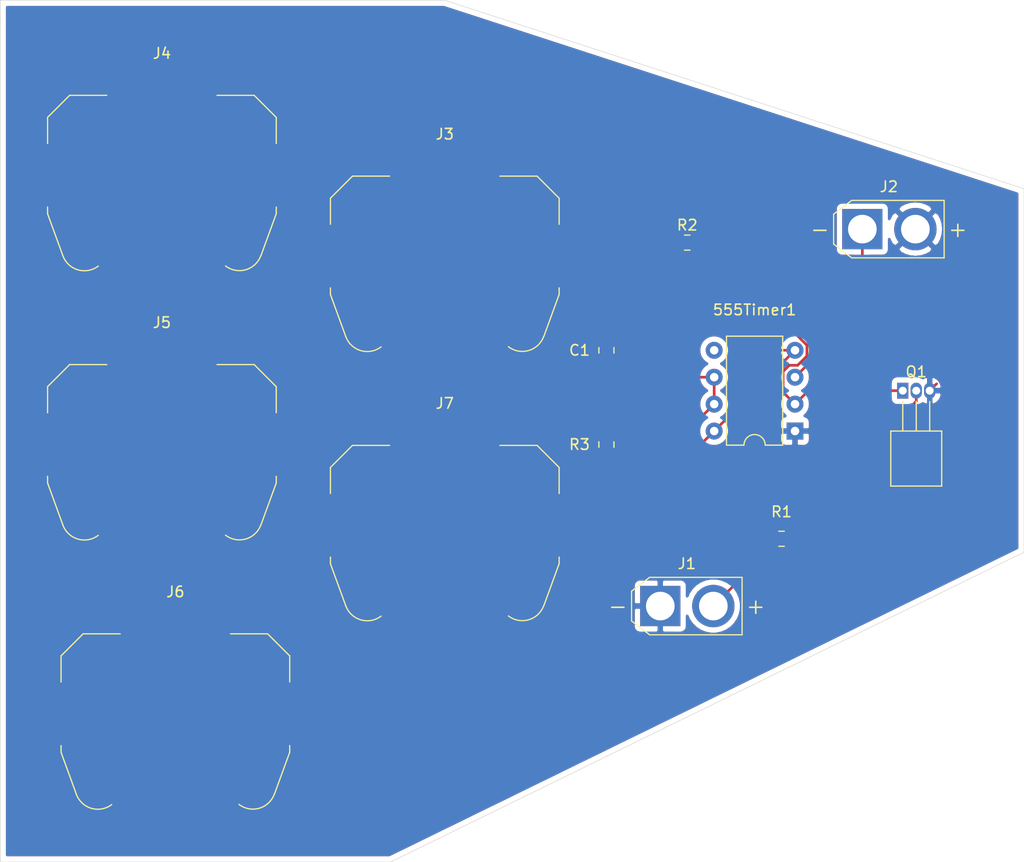
<source format=kicad_pcb>
(kicad_pcb (version 20171130) (host pcbnew "(5.1.5-0-10_14)")

  (general
    (thickness 1.6)
    (drawings 12)
    (tracks 77)
    (zones 0)
    (modules 13)
    (nets 13)
  )

  (page A4)
  (layers
    (0 F.Cu signal)
    (31 B.Cu signal)
    (32 B.Adhes user)
    (33 F.Adhes user)
    (34 B.Paste user)
    (35 F.Paste user)
    (36 B.SilkS user)
    (37 F.SilkS user)
    (38 B.Mask user)
    (39 F.Mask user)
    (40 Dwgs.User user)
    (41 Cmts.User user)
    (42 Eco1.User user)
    (43 Eco2.User user)
    (44 Edge.Cuts user)
    (45 Margin user)
    (46 B.CrtYd user)
    (47 F.CrtYd user)
    (48 B.Fab user)
    (49 F.Fab user)
  )

  (setup
    (last_trace_width 0.25)
    (trace_clearance 0.2)
    (zone_clearance 0.508)
    (zone_45_only no)
    (trace_min 0.2)
    (via_size 0.8)
    (via_drill 0.4)
    (via_min_size 0.4)
    (via_min_drill 0.3)
    (uvia_size 0.3)
    (uvia_drill 0.1)
    (uvias_allowed no)
    (uvia_min_size 0.2)
    (uvia_min_drill 0.1)
    (edge_width 0.05)
    (segment_width 0.2)
    (pcb_text_width 0.3)
    (pcb_text_size 1.5 1.5)
    (mod_edge_width 0.12)
    (mod_text_size 1 1)
    (mod_text_width 0.15)
    (pad_size 1.524 1.524)
    (pad_drill 0.762)
    (pad_to_mask_clearance 0.051)
    (solder_mask_min_width 0.25)
    (aux_axis_origin 0 0)
    (visible_elements FFFFFF7F)
    (pcbplotparams
      (layerselection 0x010f0_ffffffff)
      (usegerberextensions false)
      (usegerberattributes false)
      (usegerberadvancedattributes false)
      (creategerberjobfile false)
      (excludeedgelayer true)
      (linewidth 0.100000)
      (plotframeref false)
      (viasonmask false)
      (mode 1)
      (useauxorigin false)
      (hpglpennumber 1)
      (hpglpenspeed 20)
      (hpglpendiameter 15.000000)
      (psnegative false)
      (psa4output false)
      (plotreference true)
      (plotvalue true)
      (plotinvisibletext false)
      (padsonsilk false)
      (subtractmaskfromsilk false)
      (outputformat 1)
      (mirror false)
      (drillshape 0)
      (scaleselection 1)
      (outputdirectory ""))
  )

  (net 0 "")
  (net 1 GND)
  (net 2 "Net-(555Timer1-Pad5)")
  (net 3 "Net-(555Timer1-Pad2)")
  (net 4 "Net-(555Timer1-Pad6)")
  (net 5 "Net-(555Timer1-Pad3)")
  (net 6 +15V)
  (net 7 "Net-(J1-Pad2)")
  (net 8 "Net-(J3-Pad2)")
  (net 9 "Net-(J4-Pad2)")
  (net 10 "Net-(J5-Pad2)")
  (net 11 "Net-(J6-Pad2)")
  (net 12 "Net-(Q1-Pad2)")

  (net_class Default "This is the default net class."
    (clearance 0.2)
    (trace_width 0.25)
    (via_dia 0.8)
    (via_drill 0.4)
    (uvia_dia 0.3)
    (uvia_drill 0.1)
    (add_net +15V)
    (add_net GND)
    (add_net "Net-(555Timer1-Pad2)")
    (add_net "Net-(555Timer1-Pad3)")
    (add_net "Net-(555Timer1-Pad5)")
    (add_net "Net-(555Timer1-Pad6)")
    (add_net "Net-(J1-Pad2)")
    (add_net "Net-(J3-Pad2)")
    (add_net "Net-(J4-Pad2)")
    (add_net "Net-(J5-Pad2)")
    (add_net "Net-(J6-Pad2)")
    (add_net "Net-(Q1-Pad2)")
  )

  (module Battery:BatteryHolder_Keystone_3034_1x20mm (layer F.Cu) (tedit 5D9CBF18) (tstamp 5EC1788F)
    (at 100.33 105.41)
    (descr "Keystone 3034 SMD battery holder for 2020, 2025 and 2032 coincell batteries. http://www.keyelco.com/product-pdf.cfm?p=798")
    (tags "Keystone type 3034 coin cell retainer")
    (path /5EC49750)
    (attr smd)
    (fp_text reference J5 (at 0 -11.5) (layer F.SilkS)
      (effects (font (size 1 1) (thickness 0.15)))
    )
    (fp_text value Jack-DC (at 0 11.5) (layer F.Fab)
      (effects (font (size 1 1) (thickness 0.15)))
    )
    (fp_text user %R (at 0 -2.9) (layer F.Fab)
      (effects (font (size 1 1) (thickness 0.15)))
    )
    (fp_circle (center 0 0) (end 0 10.25) (layer Dwgs.User) (width 0.15))
    (fp_arc (start -7.31 6.85) (end -9.34 7.58) (angle -107.5) (layer F.SilkS) (width 0.12))
    (fp_line (start -10.78 3.63) (end -9.34 7.58) (layer F.SilkS) (width 0.12))
    (fp_line (start -8.7 -7.54) (end -10.78 -5.46) (layer F.SilkS) (width 0.12))
    (fp_line (start -5.2 -7.54) (end -8.7 -7.54) (layer F.SilkS) (width 0.12))
    (fp_line (start 8.7 -7.54) (end 10.78 -5.46) (layer F.SilkS) (width 0.12))
    (fp_line (start 10.78 3.63) (end 9.34 7.58) (layer F.SilkS) (width 0.12))
    (fp_arc (start 7.31 6.85) (end 6 8.55) (angle -107.5) (layer F.SilkS) (width 0.12))
    (fp_line (start -10.78 -5.46) (end -10.78 -3) (layer F.SilkS) (width 0.12))
    (fp_line (start -10.78 3) (end -10.78 3.63) (layer F.SilkS) (width 0.12))
    (fp_line (start 10.78 -5.46) (end 10.78 -3) (layer F.SilkS) (width 0.12))
    (fp_line (start 10.78 3) (end 10.78 3.63) (layer F.SilkS) (width 0.12))
    (fp_line (start -9.19 7.53) (end -10.63 3.6) (layer F.Fab) (width 0.1))
    (fp_line (start -10.63 3.6) (end -10.63 -5.4) (layer F.Fab) (width 0.1))
    (fp_line (start -10.63 -5.4) (end -8.64 -7.39) (layer F.Fab) (width 0.1))
    (fp_line (start -8.64 -7.39) (end 8.64 -7.39) (layer F.Fab) (width 0.1))
    (fp_line (start 8.64 -7.39) (end 10.63 -5.4) (layer F.Fab) (width 0.1))
    (fp_line (start 10.63 -5.4) (end 10.63 3.6) (layer F.Fab) (width 0.1))
    (fp_line (start 10.63 3.6) (end 9.19 7.53) (layer F.Fab) (width 0.1))
    (fp_arc (start 7.31 6.85) (end 6.1 8.43) (angle -107.5) (layer F.Fab) (width 0.1))
    (fp_arc (start 0 16.36) (end 6.1 8.43) (angle -75.1) (layer F.Fab) (width 0.1))
    (fp_arc (start -7.31 6.85) (end -9.19 7.53) (angle -107.5) (layer F.Fab) (width 0.1))
    (fp_line (start 11.87 -2.79) (end 10.88 -2.79) (layer F.CrtYd) (width 0.05))
    (fp_line (start 10.88 -2.79) (end 10.88 -5.5) (layer F.CrtYd) (width 0.05))
    (fp_line (start 10.88 -5.5) (end 8.74 -7.64) (layer F.CrtYd) (width 0.05))
    (fp_line (start 8.74 -7.64) (end 7.2 -7.64) (layer F.CrtYd) (width 0.05))
    (fp_arc (start 0 0) (end 7.2 -7.64) (angle -86.6) (layer F.CrtYd) (width 0.05))
    (fp_line (start -7.2 -7.64) (end -8.74 -7.64) (layer F.CrtYd) (width 0.05))
    (fp_line (start -8.74 -7.64) (end -10.88 -5.5) (layer F.CrtYd) (width 0.05))
    (fp_line (start -10.88 -5.5) (end -10.88 -2.79) (layer F.CrtYd) (width 0.05))
    (fp_line (start -10.88 -2.79) (end -11.87 -2.79) (layer F.CrtYd) (width 0.05))
    (fp_line (start -11.87 -2.79) (end -11.87 2.79) (layer F.CrtYd) (width 0.05))
    (fp_line (start -11.87 2.79) (end -10.88 2.79) (layer F.CrtYd) (width 0.05))
    (fp_line (start -10.88 2.79) (end -10.88 3.64) (layer F.CrtYd) (width 0.05))
    (fp_line (start -10.88 3.64) (end -9.44 7.62) (layer F.CrtYd) (width 0.05))
    (fp_arc (start -7.31 6.85) (end -9.43 7.62) (angle -106.9) (layer F.CrtYd) (width 0.05))
    (fp_arc (start 0 0) (end -5.96 8.64) (angle -69.1) (layer F.CrtYd) (width 0.05))
    (fp_arc (start 7.31 6.85) (end 5.96 8.64) (angle -106.9) (layer F.CrtYd) (width 0.05))
    (fp_line (start 9.43 7.63) (end 10.88 3.64) (layer F.CrtYd) (width 0.05))
    (fp_line (start 10.88 3.64) (end 10.88 2.79) (layer F.CrtYd) (width 0.05))
    (fp_line (start 10.88 2.79) (end 11.87 2.79) (layer F.CrtYd) (width 0.05))
    (fp_line (start 11.87 2.79) (end 11.87 -2.79) (layer F.CrtYd) (width 0.05))
    (fp_line (start 8.7 -7.54) (end 5.2 -7.54) (layer F.SilkS) (width 0.12))
    (pad 2 smd circle (at 0 0) (size 17.8 17.8) (layers F.Cu F.Mask)
      (net 10 "Net-(J5-Pad2)"))
    (pad 1 smd rect (at 10.985 0) (size 1.27 5.08) (layers F.Cu F.Paste F.Mask)
      (net 9 "Net-(J4-Pad2)"))
    (pad 1 smd rect (at -10.985 0) (size 1.27 5.08) (layers F.Cu F.Paste F.Mask)
      (net 9 "Net-(J4-Pad2)"))
    (model ${KISYS3DMOD}/Battery.3dshapes/BatteryHolder_Keystone_3034_1x20mm.wrl
      (at (xyz 0 0 0))
      (scale (xyz 1 1 1))
      (rotate (xyz 0 0 0))
    )
  )

  (module Package_DIP:DIP-8_W7.62mm (layer F.Cu) (tedit 5A02E8C5) (tstamp 5EC177AF)
    (at 160.02 104.14 180)
    (descr "8-lead though-hole mounted DIP package, row spacing 7.62 mm (300 mils)")
    (tags "THT DIP DIL PDIP 2.54mm 7.62mm 300mil")
    (path /5EC15B5C)
    (fp_text reference 555Timer1 (at 3.81 11.43) (layer F.SilkS)
      (effects (font (size 1 1) (thickness 0.15)))
    )
    (fp_text value LM555 (at 3.81 -3.81) (layer F.Fab)
      (effects (font (size 1 1) (thickness 0.15)))
    )
    (fp_arc (start 3.81 -1.33) (end 2.81 -1.33) (angle -180) (layer F.SilkS) (width 0.12))
    (fp_line (start 1.635 -1.27) (end 6.985 -1.27) (layer F.Fab) (width 0.1))
    (fp_line (start 6.985 -1.27) (end 6.985 8.89) (layer F.Fab) (width 0.1))
    (fp_line (start 6.985 8.89) (end 0.635 8.89) (layer F.Fab) (width 0.1))
    (fp_line (start 0.635 8.89) (end 0.635 -0.27) (layer F.Fab) (width 0.1))
    (fp_line (start 0.635 -0.27) (end 1.635 -1.27) (layer F.Fab) (width 0.1))
    (fp_line (start 2.81 -1.33) (end 1.16 -1.33) (layer F.SilkS) (width 0.12))
    (fp_line (start 1.16 -1.33) (end 1.16 8.95) (layer F.SilkS) (width 0.12))
    (fp_line (start 1.16 8.95) (end 6.46 8.95) (layer F.SilkS) (width 0.12))
    (fp_line (start 6.46 8.95) (end 6.46 -1.33) (layer F.SilkS) (width 0.12))
    (fp_line (start 6.46 -1.33) (end 4.81 -1.33) (layer F.SilkS) (width 0.12))
    (fp_line (start -1.1 -1.55) (end -1.1 9.15) (layer F.CrtYd) (width 0.05))
    (fp_line (start -1.1 9.15) (end 8.7 9.15) (layer F.CrtYd) (width 0.05))
    (fp_line (start 8.7 9.15) (end 8.7 -1.55) (layer F.CrtYd) (width 0.05))
    (fp_line (start 8.7 -1.55) (end -1.1 -1.55) (layer F.CrtYd) (width 0.05))
    (fp_text user %R (at 3.81 3.81) (layer F.Fab)
      (effects (font (size 1 1) (thickness 0.15)))
    )
    (pad 1 thru_hole rect (at 0 0 180) (size 1.6 1.6) (drill 0.8) (layers *.Cu *.Mask)
      (net 1 GND))
    (pad 5 thru_hole oval (at 7.62 7.62 180) (size 1.6 1.6) (drill 0.8) (layers *.Cu *.Mask)
      (net 2 "Net-(555Timer1-Pad5)"))
    (pad 2 thru_hole oval (at 0 2.54 180) (size 1.6 1.6) (drill 0.8) (layers *.Cu *.Mask)
      (net 3 "Net-(555Timer1-Pad2)"))
    (pad 6 thru_hole oval (at 7.62 5.08 180) (size 1.6 1.6) (drill 0.8) (layers *.Cu *.Mask)
      (net 4 "Net-(555Timer1-Pad6)"))
    (pad 3 thru_hole oval (at 0 5.08 180) (size 1.6 1.6) (drill 0.8) (layers *.Cu *.Mask)
      (net 5 "Net-(555Timer1-Pad3)"))
    (pad 7 thru_hole oval (at 7.62 2.54 180) (size 1.6 1.6) (drill 0.8) (layers *.Cu *.Mask)
      (net 4 "Net-(555Timer1-Pad6)"))
    (pad 4 thru_hole oval (at 0 7.62 180) (size 1.6 1.6) (drill 0.8) (layers *.Cu *.Mask)
      (net 6 +15V))
    (pad 8 thru_hole oval (at 7.62 0 180) (size 1.6 1.6) (drill 0.8) (layers *.Cu *.Mask)
      (net 6 +15V))
    (model ${KISYS3DMOD}/Package_DIP.3dshapes/DIP-8_W7.62mm.wrl
      (at (xyz 0 0 0))
      (scale (xyz 1 1 1))
      (rotate (xyz 0 0 0))
    )
  )

  (module Capacitor_SMD:C_0805_2012Metric_Pad1.15x1.40mm_HandSolder (layer F.Cu) (tedit 5B36C52B) (tstamp 5EC177C0)
    (at 142.24 96.52 270)
    (descr "Capacitor SMD 0805 (2012 Metric), square (rectangular) end terminal, IPC_7351 nominal with elongated pad for handsoldering. (Body size source: https://docs.google.com/spreadsheets/d/1BsfQQcO9C6DZCsRaXUlFlo91Tg2WpOkGARC1WS5S8t0/edit?usp=sharing), generated with kicad-footprint-generator")
    (tags "capacitor handsolder")
    (path /5EC1D1AD)
    (attr smd)
    (fp_text reference C1 (at 0 2.54 180) (layer F.SilkS)
      (effects (font (size 1 1) (thickness 0.15)))
    )
    (fp_text value 200u (at 0 -3.81 180) (layer F.Fab)
      (effects (font (size 1 1) (thickness 0.15)))
    )
    (fp_line (start -1 0.6) (end -1 -0.6) (layer F.Fab) (width 0.1))
    (fp_line (start -1 -0.6) (end 1 -0.6) (layer F.Fab) (width 0.1))
    (fp_line (start 1 -0.6) (end 1 0.6) (layer F.Fab) (width 0.1))
    (fp_line (start 1 0.6) (end -1 0.6) (layer F.Fab) (width 0.1))
    (fp_line (start -0.261252 -0.71) (end 0.261252 -0.71) (layer F.SilkS) (width 0.12))
    (fp_line (start -0.261252 0.71) (end 0.261252 0.71) (layer F.SilkS) (width 0.12))
    (fp_line (start -1.85 0.95) (end -1.85 -0.95) (layer F.CrtYd) (width 0.05))
    (fp_line (start -1.85 -0.95) (end 1.85 -0.95) (layer F.CrtYd) (width 0.05))
    (fp_line (start 1.85 -0.95) (end 1.85 0.95) (layer F.CrtYd) (width 0.05))
    (fp_line (start 1.85 0.95) (end -1.85 0.95) (layer F.CrtYd) (width 0.05))
    (fp_text user %R (at 0 0 90) (layer F.Fab)
      (effects (font (size 0.5 0.5) (thickness 0.08)))
    )
    (pad 1 smd roundrect (at -1.025 0 270) (size 1.15 1.4) (layers F.Cu F.Paste F.Mask) (roundrect_rratio 0.217391)
      (net 4 "Net-(555Timer1-Pad6)"))
    (pad 2 smd roundrect (at 1.025 0 270) (size 1.15 1.4) (layers F.Cu F.Paste F.Mask) (roundrect_rratio 0.217391)
      (net 1 GND))
    (model ${KISYS3DMOD}/Capacitor_SMD.3dshapes/C_0805_2012Metric.wrl
      (at (xyz 0 0 0))
      (scale (xyz 1 1 1))
      (rotate (xyz 0 0 0))
    )
  )

  (module Connector_AMASS:AMASS_XT30U-F_1x02_P5.0mm_Vertical (layer F.Cu) (tedit 5C8E9CDA) (tstamp 5EC177DB)
    (at 147.32 120.65)
    (descr "Connector XT30 Vertical Cable Female, https://www.tme.eu/en/Document/3cbfa5cfa544d79584972dd5234a409e/XT30U%20SPEC.pdf")
    (tags "RC Connector XT30")
    (path /5EC1F1FD)
    (fp_text reference J1 (at 2.5 -4) (layer F.SilkS)
      (effects (font (size 1 1) (thickness 0.15)))
    )
    (fp_text value Conn_01x02_Female (at 2.5 4) (layer F.Fab)
      (effects (font (size 1 1) (thickness 0.15)))
    )
    (fp_text user %R (at 2.5 0) (layer F.Fab)
      (effects (font (size 1 1) (thickness 0.15)))
    )
    (fp_line (start -2.6 -1.3) (end -2.6 1.3) (layer F.Fab) (width 0.1))
    (fp_line (start 7.6 -2.6) (end 7.6 2.6) (layer F.Fab) (width 0.1))
    (fp_line (start -0.9 -2.6) (end 7.6 -2.6) (layer F.Fab) (width 0.1))
    (fp_line (start -0.9 2.6) (end 7.6 2.6) (layer F.Fab) (width 0.1))
    (fp_line (start -2.6 -1.3) (end -0.9 -2.6) (layer F.Fab) (width 0.1))
    (fp_line (start -2.6 1.3) (end -0.9 2.6) (layer F.Fab) (width 0.1))
    (fp_line (start -1.01 -2.71) (end 7.71 -2.71) (layer F.SilkS) (width 0.12))
    (fp_line (start 7.71 -2.71) (end 7.71 2.71) (layer F.SilkS) (width 0.12))
    (fp_line (start -1.01 2.71) (end 7.71 2.71) (layer F.SilkS) (width 0.12))
    (fp_line (start -2.71 -1.41) (end -1.01 -2.71) (layer F.SilkS) (width 0.12))
    (fp_line (start -2.71 1.41) (end -1.01 2.71) (layer F.SilkS) (width 0.12))
    (fp_line (start -2.71 -1.41) (end -2.71 1.41) (layer F.SilkS) (width 0.12))
    (fp_line (start -1.4 -3.1) (end 8.1 -3.1) (layer F.CrtYd) (width 0.05))
    (fp_line (start 8.1 -3.1) (end 8.1 3.1) (layer F.CrtYd) (width 0.05))
    (fp_line (start -3.1 -1.8) (end -3.1 1.8) (layer F.CrtYd) (width 0.05))
    (fp_line (start -1.4 3.1) (end 8.1 3.1) (layer F.CrtYd) (width 0.05))
    (fp_line (start -3.1 -1.8) (end -1.4 -3.1) (layer F.CrtYd) (width 0.05))
    (fp_line (start -3.1 1.8) (end -1.4 3.1) (layer F.CrtYd) (width 0.05))
    (fp_text user + (at 9 0) (layer F.SilkS)
      (effects (font (size 1.5 1.5) (thickness 0.15)))
    )
    (fp_text user - (at -4 0) (layer F.SilkS)
      (effects (font (size 1.5 1.5) (thickness 0.15)))
    )
    (pad 1 thru_hole rect (at 0 0) (size 3.8 3.8) (drill 2.7) (layers *.Cu *.Mask)
      (net 1 GND))
    (pad 2 thru_hole circle (at 5 0) (size 4 4) (drill 2.7) (layers *.Cu *.Mask)
      (net 7 "Net-(J1-Pad2)"))
    (model ${KISYS3DMOD}/Connector_AMASS.3dshapes/AMASS_XT30U-F_1x02_P5.0mm_Vertical.wrl
      (at (xyz 0 0 0))
      (scale (xyz 1 1 1))
      (rotate (xyz 0 0 0))
    )
  )

  (module Connector_AMASS:AMASS_XT30U-F_1x02_P5.0mm_Vertical (layer F.Cu) (tedit 5C8E9CDA) (tstamp 5EC177F6)
    (at 166.37 85.09)
    (descr "Connector XT30 Vertical Cable Female, https://www.tme.eu/en/Document/3cbfa5cfa544d79584972dd5234a409e/XT30U%20SPEC.pdf")
    (tags "RC Connector XT30")
    (path /5EC28750)
    (fp_text reference J2 (at 2.5 -4) (layer F.SilkS)
      (effects (font (size 1 1) (thickness 0.15)))
    )
    (fp_text value Conn_01x02_Female (at 2.5 4) (layer F.Fab)
      (effects (font (size 1 1) (thickness 0.15)))
    )
    (fp_text user - (at -4 0) (layer F.SilkS)
      (effects (font (size 1.5 1.5) (thickness 0.15)))
    )
    (fp_text user + (at 9 0) (layer F.SilkS)
      (effects (font (size 1.5 1.5) (thickness 0.15)))
    )
    (fp_line (start -3.1 1.8) (end -1.4 3.1) (layer F.CrtYd) (width 0.05))
    (fp_line (start -3.1 -1.8) (end -1.4 -3.1) (layer F.CrtYd) (width 0.05))
    (fp_line (start -1.4 3.1) (end 8.1 3.1) (layer F.CrtYd) (width 0.05))
    (fp_line (start -3.1 -1.8) (end -3.1 1.8) (layer F.CrtYd) (width 0.05))
    (fp_line (start 8.1 -3.1) (end 8.1 3.1) (layer F.CrtYd) (width 0.05))
    (fp_line (start -1.4 -3.1) (end 8.1 -3.1) (layer F.CrtYd) (width 0.05))
    (fp_line (start -2.71 -1.41) (end -2.71 1.41) (layer F.SilkS) (width 0.12))
    (fp_line (start -2.71 1.41) (end -1.01 2.71) (layer F.SilkS) (width 0.12))
    (fp_line (start -2.71 -1.41) (end -1.01 -2.71) (layer F.SilkS) (width 0.12))
    (fp_line (start -1.01 2.71) (end 7.71 2.71) (layer F.SilkS) (width 0.12))
    (fp_line (start 7.71 -2.71) (end 7.71 2.71) (layer F.SilkS) (width 0.12))
    (fp_line (start -1.01 -2.71) (end 7.71 -2.71) (layer F.SilkS) (width 0.12))
    (fp_line (start -2.6 1.3) (end -0.9 2.6) (layer F.Fab) (width 0.1))
    (fp_line (start -2.6 -1.3) (end -0.9 -2.6) (layer F.Fab) (width 0.1))
    (fp_line (start -0.9 2.6) (end 7.6 2.6) (layer F.Fab) (width 0.1))
    (fp_line (start -0.9 -2.6) (end 7.6 -2.6) (layer F.Fab) (width 0.1))
    (fp_line (start 7.6 -2.6) (end 7.6 2.6) (layer F.Fab) (width 0.1))
    (fp_line (start -2.6 -1.3) (end -2.6 1.3) (layer F.Fab) (width 0.1))
    (fp_text user %R (at 2.5 0) (layer F.Fab)
      (effects (font (size 1 1) (thickness 0.15)))
    )
    (pad 2 thru_hole circle (at 5 0) (size 4 4) (drill 2.7) (layers *.Cu *.Mask)
      (net 1 GND))
    (pad 1 thru_hole rect (at 0 0) (size 3.8 3.8) (drill 2.7) (layers *.Cu *.Mask)
      (net 5 "Net-(555Timer1-Pad3)"))
    (model ${KISYS3DMOD}/Connector_AMASS.3dshapes/AMASS_XT30U-F_1x02_P5.0mm_Vertical.wrl
      (at (xyz 0 0 0))
      (scale (xyz 1 1 1))
      (rotate (xyz 0 0 0))
    )
  )

  (module Battery:BatteryHolder_Keystone_3034_1x20mm (layer F.Cu) (tedit 5D9CBF18) (tstamp 5EC17829)
    (at 127 87.63)
    (descr "Keystone 3034 SMD battery holder for 2020, 2025 and 2032 coincell batteries. http://www.keyelco.com/product-pdf.cfm?p=798")
    (tags "Keystone type 3034 coin cell retainer")
    (path /5EC2C693)
    (attr smd)
    (fp_text reference J3 (at 0 -11.5) (layer F.SilkS)
      (effects (font (size 1 1) (thickness 0.15)))
    )
    (fp_text value Jack-DC (at 0 11.5) (layer F.Fab)
      (effects (font (size 1 1) (thickness 0.15)))
    )
    (fp_text user %R (at 0 -2.9) (layer F.Fab)
      (effects (font (size 1 1) (thickness 0.15)))
    )
    (fp_circle (center 0 0) (end 0 10.25) (layer Dwgs.User) (width 0.15))
    (fp_arc (start -7.31 6.85) (end -9.34 7.58) (angle -107.5) (layer F.SilkS) (width 0.12))
    (fp_line (start -10.78 3.63) (end -9.34 7.58) (layer F.SilkS) (width 0.12))
    (fp_line (start -8.7 -7.54) (end -10.78 -5.46) (layer F.SilkS) (width 0.12))
    (fp_line (start -5.2 -7.54) (end -8.7 -7.54) (layer F.SilkS) (width 0.12))
    (fp_line (start 8.7 -7.54) (end 10.78 -5.46) (layer F.SilkS) (width 0.12))
    (fp_line (start 10.78 3.63) (end 9.34 7.58) (layer F.SilkS) (width 0.12))
    (fp_arc (start 7.31 6.85) (end 6 8.55) (angle -107.5) (layer F.SilkS) (width 0.12))
    (fp_line (start -10.78 -5.46) (end -10.78 -3) (layer F.SilkS) (width 0.12))
    (fp_line (start -10.78 3) (end -10.78 3.63) (layer F.SilkS) (width 0.12))
    (fp_line (start 10.78 -5.46) (end 10.78 -3) (layer F.SilkS) (width 0.12))
    (fp_line (start 10.78 3) (end 10.78 3.63) (layer F.SilkS) (width 0.12))
    (fp_line (start -9.19 7.53) (end -10.63 3.6) (layer F.Fab) (width 0.1))
    (fp_line (start -10.63 3.6) (end -10.63 -5.4) (layer F.Fab) (width 0.1))
    (fp_line (start -10.63 -5.4) (end -8.64 -7.39) (layer F.Fab) (width 0.1))
    (fp_line (start -8.64 -7.39) (end 8.64 -7.39) (layer F.Fab) (width 0.1))
    (fp_line (start 8.64 -7.39) (end 10.63 -5.4) (layer F.Fab) (width 0.1))
    (fp_line (start 10.63 -5.4) (end 10.63 3.6) (layer F.Fab) (width 0.1))
    (fp_line (start 10.63 3.6) (end 9.19 7.53) (layer F.Fab) (width 0.1))
    (fp_arc (start 7.31 6.85) (end 6.1 8.43) (angle -107.5) (layer F.Fab) (width 0.1))
    (fp_arc (start 0 16.36) (end 6.1 8.43) (angle -75.1) (layer F.Fab) (width 0.1))
    (fp_arc (start -7.31 6.85) (end -9.19 7.53) (angle -107.5) (layer F.Fab) (width 0.1))
    (fp_line (start 11.87 -2.79) (end 10.88 -2.79) (layer F.CrtYd) (width 0.05))
    (fp_line (start 10.88 -2.79) (end 10.88 -5.5) (layer F.CrtYd) (width 0.05))
    (fp_line (start 10.88 -5.5) (end 8.74 -7.64) (layer F.CrtYd) (width 0.05))
    (fp_line (start 8.74 -7.64) (end 7.2 -7.64) (layer F.CrtYd) (width 0.05))
    (fp_arc (start 0 0) (end 7.2 -7.64) (angle -86.6) (layer F.CrtYd) (width 0.05))
    (fp_line (start -7.2 -7.64) (end -8.74 -7.64) (layer F.CrtYd) (width 0.05))
    (fp_line (start -8.74 -7.64) (end -10.88 -5.5) (layer F.CrtYd) (width 0.05))
    (fp_line (start -10.88 -5.5) (end -10.88 -2.79) (layer F.CrtYd) (width 0.05))
    (fp_line (start -10.88 -2.79) (end -11.87 -2.79) (layer F.CrtYd) (width 0.05))
    (fp_line (start -11.87 -2.79) (end -11.87 2.79) (layer F.CrtYd) (width 0.05))
    (fp_line (start -11.87 2.79) (end -10.88 2.79) (layer F.CrtYd) (width 0.05))
    (fp_line (start -10.88 2.79) (end -10.88 3.64) (layer F.CrtYd) (width 0.05))
    (fp_line (start -10.88 3.64) (end -9.44 7.62) (layer F.CrtYd) (width 0.05))
    (fp_arc (start -7.31 6.85) (end -9.43 7.62) (angle -106.9) (layer F.CrtYd) (width 0.05))
    (fp_arc (start 0 0) (end -5.96 8.64) (angle -69.1) (layer F.CrtYd) (width 0.05))
    (fp_arc (start 7.31 6.85) (end 5.96 8.64) (angle -106.9) (layer F.CrtYd) (width 0.05))
    (fp_line (start 9.43 7.63) (end 10.88 3.64) (layer F.CrtYd) (width 0.05))
    (fp_line (start 10.88 3.64) (end 10.88 2.79) (layer F.CrtYd) (width 0.05))
    (fp_line (start 10.88 2.79) (end 11.87 2.79) (layer F.CrtYd) (width 0.05))
    (fp_line (start 11.87 2.79) (end 11.87 -2.79) (layer F.CrtYd) (width 0.05))
    (fp_line (start 8.7 -7.54) (end 5.2 -7.54) (layer F.SilkS) (width 0.12))
    (pad 2 smd circle (at 0 0) (size 17.8 17.8) (layers F.Cu F.Mask)
      (net 8 "Net-(J3-Pad2)"))
    (pad 1 smd rect (at 10.985 0) (size 1.27 5.08) (layers F.Cu F.Paste F.Mask)
      (net 6 +15V))
    (pad 1 smd rect (at -10.985 0) (size 1.27 5.08) (layers F.Cu F.Paste F.Mask)
      (net 6 +15V))
    (model ${KISYS3DMOD}/Battery.3dshapes/BatteryHolder_Keystone_3034_1x20mm.wrl
      (at (xyz 0 0 0))
      (scale (xyz 1 1 1))
      (rotate (xyz 0 0 0))
    )
  )

  (module Battery:BatteryHolder_Keystone_3034_1x20mm (layer F.Cu) (tedit 5D9CBF18) (tstamp 5EC1785C)
    (at 100.33 80.01)
    (descr "Keystone 3034 SMD battery holder for 2020, 2025 and 2032 coincell batteries. http://www.keyelco.com/product-pdf.cfm?p=798")
    (tags "Keystone type 3034 coin cell retainer")
    (path /5EC491AD)
    (attr smd)
    (fp_text reference J4 (at 0 -11.5) (layer F.SilkS)
      (effects (font (size 1 1) (thickness 0.15)))
    )
    (fp_text value Jack-DC (at 0 11.5) (layer F.Fab)
      (effects (font (size 1 1) (thickness 0.15)))
    )
    (fp_line (start 8.7 -7.54) (end 5.2 -7.54) (layer F.SilkS) (width 0.12))
    (fp_line (start 11.87 2.79) (end 11.87 -2.79) (layer F.CrtYd) (width 0.05))
    (fp_line (start 10.88 2.79) (end 11.87 2.79) (layer F.CrtYd) (width 0.05))
    (fp_line (start 10.88 3.64) (end 10.88 2.79) (layer F.CrtYd) (width 0.05))
    (fp_line (start 9.43 7.63) (end 10.88 3.64) (layer F.CrtYd) (width 0.05))
    (fp_arc (start 7.31 6.85) (end 5.96 8.64) (angle -106.9) (layer F.CrtYd) (width 0.05))
    (fp_arc (start 0 0) (end -5.96 8.64) (angle -69.1) (layer F.CrtYd) (width 0.05))
    (fp_arc (start -7.31 6.85) (end -9.43 7.62) (angle -106.9) (layer F.CrtYd) (width 0.05))
    (fp_line (start -10.88 3.64) (end -9.44 7.62) (layer F.CrtYd) (width 0.05))
    (fp_line (start -10.88 2.79) (end -10.88 3.64) (layer F.CrtYd) (width 0.05))
    (fp_line (start -11.87 2.79) (end -10.88 2.79) (layer F.CrtYd) (width 0.05))
    (fp_line (start -11.87 -2.79) (end -11.87 2.79) (layer F.CrtYd) (width 0.05))
    (fp_line (start -10.88 -2.79) (end -11.87 -2.79) (layer F.CrtYd) (width 0.05))
    (fp_line (start -10.88 -5.5) (end -10.88 -2.79) (layer F.CrtYd) (width 0.05))
    (fp_line (start -8.74 -7.64) (end -10.88 -5.5) (layer F.CrtYd) (width 0.05))
    (fp_line (start -7.2 -7.64) (end -8.74 -7.64) (layer F.CrtYd) (width 0.05))
    (fp_arc (start 0 0) (end 7.2 -7.64) (angle -86.6) (layer F.CrtYd) (width 0.05))
    (fp_line (start 8.74 -7.64) (end 7.2 -7.64) (layer F.CrtYd) (width 0.05))
    (fp_line (start 10.88 -5.5) (end 8.74 -7.64) (layer F.CrtYd) (width 0.05))
    (fp_line (start 10.88 -2.79) (end 10.88 -5.5) (layer F.CrtYd) (width 0.05))
    (fp_line (start 11.87 -2.79) (end 10.88 -2.79) (layer F.CrtYd) (width 0.05))
    (fp_arc (start -7.31 6.85) (end -9.19 7.53) (angle -107.5) (layer F.Fab) (width 0.1))
    (fp_arc (start 0 16.36) (end 6.1 8.43) (angle -75.1) (layer F.Fab) (width 0.1))
    (fp_arc (start 7.31 6.85) (end 6.1 8.43) (angle -107.5) (layer F.Fab) (width 0.1))
    (fp_line (start 10.63 3.6) (end 9.19 7.53) (layer F.Fab) (width 0.1))
    (fp_line (start 10.63 -5.4) (end 10.63 3.6) (layer F.Fab) (width 0.1))
    (fp_line (start 8.64 -7.39) (end 10.63 -5.4) (layer F.Fab) (width 0.1))
    (fp_line (start -8.64 -7.39) (end 8.64 -7.39) (layer F.Fab) (width 0.1))
    (fp_line (start -10.63 -5.4) (end -8.64 -7.39) (layer F.Fab) (width 0.1))
    (fp_line (start -10.63 3.6) (end -10.63 -5.4) (layer F.Fab) (width 0.1))
    (fp_line (start -9.19 7.53) (end -10.63 3.6) (layer F.Fab) (width 0.1))
    (fp_line (start 10.78 3) (end 10.78 3.63) (layer F.SilkS) (width 0.12))
    (fp_line (start 10.78 -5.46) (end 10.78 -3) (layer F.SilkS) (width 0.12))
    (fp_line (start -10.78 3) (end -10.78 3.63) (layer F.SilkS) (width 0.12))
    (fp_line (start -10.78 -5.46) (end -10.78 -3) (layer F.SilkS) (width 0.12))
    (fp_arc (start 7.31 6.85) (end 6 8.55) (angle -107.5) (layer F.SilkS) (width 0.12))
    (fp_line (start 10.78 3.63) (end 9.34 7.58) (layer F.SilkS) (width 0.12))
    (fp_line (start 8.7 -7.54) (end 10.78 -5.46) (layer F.SilkS) (width 0.12))
    (fp_line (start -5.2 -7.54) (end -8.7 -7.54) (layer F.SilkS) (width 0.12))
    (fp_line (start -8.7 -7.54) (end -10.78 -5.46) (layer F.SilkS) (width 0.12))
    (fp_line (start -10.78 3.63) (end -9.34 7.58) (layer F.SilkS) (width 0.12))
    (fp_arc (start -7.31 6.85) (end -9.34 7.58) (angle -107.5) (layer F.SilkS) (width 0.12))
    (fp_circle (center 0 0) (end 0 10.25) (layer Dwgs.User) (width 0.15))
    (fp_text user %R (at 0 -2.9) (layer F.Fab)
      (effects (font (size 1 1) (thickness 0.15)))
    )
    (pad 1 smd rect (at -10.985 0) (size 1.27 5.08) (layers F.Cu F.Paste F.Mask)
      (net 8 "Net-(J3-Pad2)"))
    (pad 1 smd rect (at 10.985 0) (size 1.27 5.08) (layers F.Cu F.Paste F.Mask)
      (net 8 "Net-(J3-Pad2)"))
    (pad 2 smd circle (at 0 0) (size 17.8 17.8) (layers F.Cu F.Mask)
      (net 9 "Net-(J4-Pad2)"))
    (model ${KISYS3DMOD}/Battery.3dshapes/BatteryHolder_Keystone_3034_1x20mm.wrl
      (at (xyz 0 0 0))
      (scale (xyz 1 1 1))
      (rotate (xyz 0 0 0))
    )
  )

  (module Battery:BatteryHolder_Keystone_3034_1x20mm (layer F.Cu) (tedit 5D9CBF18) (tstamp 5EC178C2)
    (at 101.6 130.81)
    (descr "Keystone 3034 SMD battery holder for 2020, 2025 and 2032 coincell batteries. http://www.keyelco.com/product-pdf.cfm?p=798")
    (tags "Keystone type 3034 coin cell retainer")
    (path /5EC4DEFC)
    (attr smd)
    (fp_text reference J6 (at 0 -11.5) (layer F.SilkS)
      (effects (font (size 1 1) (thickness 0.15)))
    )
    (fp_text value Jack-DC (at 0 11.5) (layer F.Fab)
      (effects (font (size 1 1) (thickness 0.15)))
    )
    (fp_line (start 8.7 -7.54) (end 5.2 -7.54) (layer F.SilkS) (width 0.12))
    (fp_line (start 11.87 2.79) (end 11.87 -2.79) (layer F.CrtYd) (width 0.05))
    (fp_line (start 10.88 2.79) (end 11.87 2.79) (layer F.CrtYd) (width 0.05))
    (fp_line (start 10.88 3.64) (end 10.88 2.79) (layer F.CrtYd) (width 0.05))
    (fp_line (start 9.43 7.63) (end 10.88 3.64) (layer F.CrtYd) (width 0.05))
    (fp_arc (start 7.31 6.85) (end 5.96 8.64) (angle -106.9) (layer F.CrtYd) (width 0.05))
    (fp_arc (start 0 0) (end -5.96 8.64) (angle -69.1) (layer F.CrtYd) (width 0.05))
    (fp_arc (start -7.31 6.85) (end -9.43 7.62) (angle -106.9) (layer F.CrtYd) (width 0.05))
    (fp_line (start -10.88 3.64) (end -9.44 7.62) (layer F.CrtYd) (width 0.05))
    (fp_line (start -10.88 2.79) (end -10.88 3.64) (layer F.CrtYd) (width 0.05))
    (fp_line (start -11.87 2.79) (end -10.88 2.79) (layer F.CrtYd) (width 0.05))
    (fp_line (start -11.87 -2.79) (end -11.87 2.79) (layer F.CrtYd) (width 0.05))
    (fp_line (start -10.88 -2.79) (end -11.87 -2.79) (layer F.CrtYd) (width 0.05))
    (fp_line (start -10.88 -5.5) (end -10.88 -2.79) (layer F.CrtYd) (width 0.05))
    (fp_line (start -8.74 -7.64) (end -10.88 -5.5) (layer F.CrtYd) (width 0.05))
    (fp_line (start -7.2 -7.64) (end -8.74 -7.64) (layer F.CrtYd) (width 0.05))
    (fp_arc (start 0 0) (end 7.2 -7.64) (angle -86.6) (layer F.CrtYd) (width 0.05))
    (fp_line (start 8.74 -7.64) (end 7.2 -7.64) (layer F.CrtYd) (width 0.05))
    (fp_line (start 10.88 -5.5) (end 8.74 -7.64) (layer F.CrtYd) (width 0.05))
    (fp_line (start 10.88 -2.79) (end 10.88 -5.5) (layer F.CrtYd) (width 0.05))
    (fp_line (start 11.87 -2.79) (end 10.88 -2.79) (layer F.CrtYd) (width 0.05))
    (fp_arc (start -7.31 6.85) (end -9.19 7.53) (angle -107.5) (layer F.Fab) (width 0.1))
    (fp_arc (start 0 16.36) (end 6.1 8.43) (angle -75.1) (layer F.Fab) (width 0.1))
    (fp_arc (start 7.31 6.85) (end 6.1 8.43) (angle -107.5) (layer F.Fab) (width 0.1))
    (fp_line (start 10.63 3.6) (end 9.19 7.53) (layer F.Fab) (width 0.1))
    (fp_line (start 10.63 -5.4) (end 10.63 3.6) (layer F.Fab) (width 0.1))
    (fp_line (start 8.64 -7.39) (end 10.63 -5.4) (layer F.Fab) (width 0.1))
    (fp_line (start -8.64 -7.39) (end 8.64 -7.39) (layer F.Fab) (width 0.1))
    (fp_line (start -10.63 -5.4) (end -8.64 -7.39) (layer F.Fab) (width 0.1))
    (fp_line (start -10.63 3.6) (end -10.63 -5.4) (layer F.Fab) (width 0.1))
    (fp_line (start -9.19 7.53) (end -10.63 3.6) (layer F.Fab) (width 0.1))
    (fp_line (start 10.78 3) (end 10.78 3.63) (layer F.SilkS) (width 0.12))
    (fp_line (start 10.78 -5.46) (end 10.78 -3) (layer F.SilkS) (width 0.12))
    (fp_line (start -10.78 3) (end -10.78 3.63) (layer F.SilkS) (width 0.12))
    (fp_line (start -10.78 -5.46) (end -10.78 -3) (layer F.SilkS) (width 0.12))
    (fp_arc (start 7.31 6.85) (end 6 8.55) (angle -107.5) (layer F.SilkS) (width 0.12))
    (fp_line (start 10.78 3.63) (end 9.34 7.58) (layer F.SilkS) (width 0.12))
    (fp_line (start 8.7 -7.54) (end 10.78 -5.46) (layer F.SilkS) (width 0.12))
    (fp_line (start -5.2 -7.54) (end -8.7 -7.54) (layer F.SilkS) (width 0.12))
    (fp_line (start -8.7 -7.54) (end -10.78 -5.46) (layer F.SilkS) (width 0.12))
    (fp_line (start -10.78 3.63) (end -9.34 7.58) (layer F.SilkS) (width 0.12))
    (fp_arc (start -7.31 6.85) (end -9.34 7.58) (angle -107.5) (layer F.SilkS) (width 0.12))
    (fp_circle (center 0 0) (end 0 10.25) (layer Dwgs.User) (width 0.15))
    (fp_text user %R (at 0 -2.9) (layer F.Fab)
      (effects (font (size 1 1) (thickness 0.15)))
    )
    (pad 1 smd rect (at -10.985 0) (size 1.27 5.08) (layers F.Cu F.Paste F.Mask)
      (net 10 "Net-(J5-Pad2)"))
    (pad 1 smd rect (at 10.985 0) (size 1.27 5.08) (layers F.Cu F.Paste F.Mask)
      (net 10 "Net-(J5-Pad2)"))
    (pad 2 smd circle (at 0 0) (size 17.8 17.8) (layers F.Cu F.Mask)
      (net 11 "Net-(J6-Pad2)"))
    (model ${KISYS3DMOD}/Battery.3dshapes/BatteryHolder_Keystone_3034_1x20mm.wrl
      (at (xyz 0 0 0))
      (scale (xyz 1 1 1))
      (rotate (xyz 0 0 0))
    )
  )

  (module Battery:BatteryHolder_Keystone_3034_1x20mm (layer F.Cu) (tedit 5D9CBF18) (tstamp 5EC178F5)
    (at 127 113.03)
    (descr "Keystone 3034 SMD battery holder for 2020, 2025 and 2032 coincell batteries. http://www.keyelco.com/product-pdf.cfm?p=798")
    (tags "Keystone type 3034 coin cell retainer")
    (path /5EC4EB74)
    (attr smd)
    (fp_text reference J7 (at 0 -11.5) (layer F.SilkS)
      (effects (font (size 1 1) (thickness 0.15)))
    )
    (fp_text value Jack-DC (at 0 11.5) (layer F.Fab)
      (effects (font (size 1 1) (thickness 0.15)))
    )
    (fp_text user %R (at 0 -2.9) (layer F.Fab)
      (effects (font (size 1 1) (thickness 0.15)))
    )
    (fp_circle (center 0 0) (end 0 10.25) (layer Dwgs.User) (width 0.15))
    (fp_arc (start -7.31 6.85) (end -9.34 7.58) (angle -107.5) (layer F.SilkS) (width 0.12))
    (fp_line (start -10.78 3.63) (end -9.34 7.58) (layer F.SilkS) (width 0.12))
    (fp_line (start -8.7 -7.54) (end -10.78 -5.46) (layer F.SilkS) (width 0.12))
    (fp_line (start -5.2 -7.54) (end -8.7 -7.54) (layer F.SilkS) (width 0.12))
    (fp_line (start 8.7 -7.54) (end 10.78 -5.46) (layer F.SilkS) (width 0.12))
    (fp_line (start 10.78 3.63) (end 9.34 7.58) (layer F.SilkS) (width 0.12))
    (fp_arc (start 7.31 6.85) (end 6 8.55) (angle -107.5) (layer F.SilkS) (width 0.12))
    (fp_line (start -10.78 -5.46) (end -10.78 -3) (layer F.SilkS) (width 0.12))
    (fp_line (start -10.78 3) (end -10.78 3.63) (layer F.SilkS) (width 0.12))
    (fp_line (start 10.78 -5.46) (end 10.78 -3) (layer F.SilkS) (width 0.12))
    (fp_line (start 10.78 3) (end 10.78 3.63) (layer F.SilkS) (width 0.12))
    (fp_line (start -9.19 7.53) (end -10.63 3.6) (layer F.Fab) (width 0.1))
    (fp_line (start -10.63 3.6) (end -10.63 -5.4) (layer F.Fab) (width 0.1))
    (fp_line (start -10.63 -5.4) (end -8.64 -7.39) (layer F.Fab) (width 0.1))
    (fp_line (start -8.64 -7.39) (end 8.64 -7.39) (layer F.Fab) (width 0.1))
    (fp_line (start 8.64 -7.39) (end 10.63 -5.4) (layer F.Fab) (width 0.1))
    (fp_line (start 10.63 -5.4) (end 10.63 3.6) (layer F.Fab) (width 0.1))
    (fp_line (start 10.63 3.6) (end 9.19 7.53) (layer F.Fab) (width 0.1))
    (fp_arc (start 7.31 6.85) (end 6.1 8.43) (angle -107.5) (layer F.Fab) (width 0.1))
    (fp_arc (start 0 16.36) (end 6.1 8.43) (angle -75.1) (layer F.Fab) (width 0.1))
    (fp_arc (start -7.31 6.85) (end -9.19 7.53) (angle -107.5) (layer F.Fab) (width 0.1))
    (fp_line (start 11.87 -2.79) (end 10.88 -2.79) (layer F.CrtYd) (width 0.05))
    (fp_line (start 10.88 -2.79) (end 10.88 -5.5) (layer F.CrtYd) (width 0.05))
    (fp_line (start 10.88 -5.5) (end 8.74 -7.64) (layer F.CrtYd) (width 0.05))
    (fp_line (start 8.74 -7.64) (end 7.2 -7.64) (layer F.CrtYd) (width 0.05))
    (fp_arc (start 0 0) (end 7.2 -7.64) (angle -86.6) (layer F.CrtYd) (width 0.05))
    (fp_line (start -7.2 -7.64) (end -8.74 -7.64) (layer F.CrtYd) (width 0.05))
    (fp_line (start -8.74 -7.64) (end -10.88 -5.5) (layer F.CrtYd) (width 0.05))
    (fp_line (start -10.88 -5.5) (end -10.88 -2.79) (layer F.CrtYd) (width 0.05))
    (fp_line (start -10.88 -2.79) (end -11.87 -2.79) (layer F.CrtYd) (width 0.05))
    (fp_line (start -11.87 -2.79) (end -11.87 2.79) (layer F.CrtYd) (width 0.05))
    (fp_line (start -11.87 2.79) (end -10.88 2.79) (layer F.CrtYd) (width 0.05))
    (fp_line (start -10.88 2.79) (end -10.88 3.64) (layer F.CrtYd) (width 0.05))
    (fp_line (start -10.88 3.64) (end -9.44 7.62) (layer F.CrtYd) (width 0.05))
    (fp_arc (start -7.31 6.85) (end -9.43 7.62) (angle -106.9) (layer F.CrtYd) (width 0.05))
    (fp_arc (start 0 0) (end -5.96 8.64) (angle -69.1) (layer F.CrtYd) (width 0.05))
    (fp_arc (start 7.31 6.85) (end 5.96 8.64) (angle -106.9) (layer F.CrtYd) (width 0.05))
    (fp_line (start 9.43 7.63) (end 10.88 3.64) (layer F.CrtYd) (width 0.05))
    (fp_line (start 10.88 3.64) (end 10.88 2.79) (layer F.CrtYd) (width 0.05))
    (fp_line (start 10.88 2.79) (end 11.87 2.79) (layer F.CrtYd) (width 0.05))
    (fp_line (start 11.87 2.79) (end 11.87 -2.79) (layer F.CrtYd) (width 0.05))
    (fp_line (start 8.7 -7.54) (end 5.2 -7.54) (layer F.SilkS) (width 0.12))
    (pad 2 smd circle (at 0 0) (size 17.8 17.8) (layers F.Cu F.Mask)
      (net 1 GND))
    (pad 1 smd rect (at 10.985 0) (size 1.27 5.08) (layers F.Cu F.Paste F.Mask)
      (net 11 "Net-(J6-Pad2)"))
    (pad 1 smd rect (at -10.985 0) (size 1.27 5.08) (layers F.Cu F.Paste F.Mask)
      (net 11 "Net-(J6-Pad2)"))
    (model ${KISYS3DMOD}/Battery.3dshapes/BatteryHolder_Keystone_3034_1x20mm.wrl
      (at (xyz 0 0 0))
      (scale (xyz 1 1 1))
      (rotate (xyz 0 0 0))
    )
  )

  (module Package_TO_SOT_THT:TO-92_Inline_Horizontal1 (layer F.Cu) (tedit 5A27990F) (tstamp 5EC1790F)
    (at 170.18 100.33)
    (descr "TO-92 horizontal, leads in-line, narrow, oval pads, drill 0.75mm (see NXP sot054_po.pdf)")
    (tags "to-92 sc-43 sc-43a sot54 PA33 transistor")
    (path /5EC082B3)
    (fp_text reference Q1 (at 1.27 -1.78) (layer F.SilkS)
      (effects (font (size 1 1) (thickness 0.15)))
    )
    (fp_text value BC546 (at 1.27 10.03) (layer F.Fab)
      (effects (font (size 1 1) (thickness 0.15)))
    )
    (fp_text user %R (at 1.27 6.4) (layer F.Fab)
      (effects (font (size 1 1) (thickness 0.15)))
    )
    (fp_line (start 2.54 3.94) (end 2.54 1.02) (layer F.Fab) (width 0.1))
    (fp_line (start 1.27 3.94) (end 1.27 1.02) (layer F.Fab) (width 0.1))
    (fp_line (start 0 3.94) (end 0 1.02) (layer F.Fab) (width 0.1))
    (fp_line (start -1.02 8.89) (end -1.02 3.94) (layer F.Fab) (width 0.1))
    (fp_line (start -1.02 3.94) (end 3.56 3.94) (layer F.Fab) (width 0.1))
    (fp_line (start 3.56 3.94) (end 3.56 8.89) (layer F.Fab) (width 0.1))
    (fp_line (start 3.56 8.89) (end -1.02 8.89) (layer F.Fab) (width 0.1))
    (fp_line (start 0 1.02) (end 0 3.81) (layer F.SilkS) (width 0.12))
    (fp_line (start 1.27 1.02) (end 1.27 3.81) (layer F.SilkS) (width 0.12))
    (fp_line (start 2.54 1.02) (end 2.54 3.81) (layer F.SilkS) (width 0.12))
    (fp_line (start -1.13 3.81) (end 3.67 3.81) (layer F.SilkS) (width 0.12))
    (fp_line (start 3.67 3.81) (end 3.67 9) (layer F.SilkS) (width 0.12))
    (fp_line (start 3.67 9) (end -1.13 9) (layer F.SilkS) (width 0.12))
    (fp_line (start -1.13 9) (end -1.13 3.81) (layer F.SilkS) (width 0.12))
    (fp_line (start -1.27 -1) (end 3.81 -1) (layer F.CrtYd) (width 0.05))
    (fp_line (start -1.27 -1) (end -1.27 9.14) (layer F.CrtYd) (width 0.05))
    (fp_line (start 3.81 9.14) (end 3.81 -1) (layer F.CrtYd) (width 0.05))
    (fp_line (start 3.81 9.14) (end -1.27 9.14) (layer F.CrtYd) (width 0.05))
    (pad 2 thru_hole oval (at 1.27 0) (size 1.05 1.5) (drill 0.75) (layers *.Cu *.Mask)
      (net 12 "Net-(Q1-Pad2)"))
    (pad 3 thru_hole oval (at 2.54 0) (size 1.05 1.5) (drill 0.75) (layers *.Cu *.Mask)
      (net 1 GND))
    (pad 1 thru_hole rect (at 0 0) (size 1.05 1.5) (drill 0.75) (layers *.Cu *.Mask)
      (net 3 "Net-(555Timer1-Pad2)"))
    (model ${KISYS3DMOD}/Package_TO_SOT_THT.3dshapes/TO-92_Inline_Horizontal1.wrl
      (at (xyz 0 0 0))
      (scale (xyz 1 1 1))
      (rotate (xyz 0 0 0))
    )
  )

  (module Resistor_SMD:R_0805_2012Metric_Pad1.15x1.40mm_HandSolder (layer F.Cu) (tedit 5B36C52B) (tstamp 5EC17920)
    (at 158.75 114.3 180)
    (descr "Resistor SMD 0805 (2012 Metric), square (rectangular) end terminal, IPC_7351 nominal with elongated pad for handsoldering. (Body size source: https://docs.google.com/spreadsheets/d/1BsfQQcO9C6DZCsRaXUlFlo91Tg2WpOkGARC1WS5S8t0/edit?usp=sharing), generated with kicad-footprint-generator")
    (tags "resistor handsolder")
    (path /5EC2118C)
    (attr smd)
    (fp_text reference R1 (at 0 2.54) (layer F.SilkS)
      (effects (font (size 1 1) (thickness 0.15)))
    )
    (fp_text value 33k (at 0 -2.54) (layer F.Fab)
      (effects (font (size 1 1) (thickness 0.15)))
    )
    (fp_line (start -1 0.6) (end -1 -0.6) (layer F.Fab) (width 0.1))
    (fp_line (start -1 -0.6) (end 1 -0.6) (layer F.Fab) (width 0.1))
    (fp_line (start 1 -0.6) (end 1 0.6) (layer F.Fab) (width 0.1))
    (fp_line (start 1 0.6) (end -1 0.6) (layer F.Fab) (width 0.1))
    (fp_line (start -0.261252 -0.71) (end 0.261252 -0.71) (layer F.SilkS) (width 0.12))
    (fp_line (start -0.261252 0.71) (end 0.261252 0.71) (layer F.SilkS) (width 0.12))
    (fp_line (start -1.85 0.95) (end -1.85 -0.95) (layer F.CrtYd) (width 0.05))
    (fp_line (start -1.85 -0.95) (end 1.85 -0.95) (layer F.CrtYd) (width 0.05))
    (fp_line (start 1.85 -0.95) (end 1.85 0.95) (layer F.CrtYd) (width 0.05))
    (fp_line (start 1.85 0.95) (end -1.85 0.95) (layer F.CrtYd) (width 0.05))
    (fp_text user %R (at 0 0) (layer F.Fab)
      (effects (font (size 0.5 0.5) (thickness 0.08)))
    )
    (pad 1 smd roundrect (at -1.025 0 180) (size 1.15 1.4) (layers F.Cu F.Paste F.Mask) (roundrect_rratio 0.217391)
      (net 12 "Net-(Q1-Pad2)"))
    (pad 2 smd roundrect (at 1.025 0 180) (size 1.15 1.4) (layers F.Cu F.Paste F.Mask) (roundrect_rratio 0.217391)
      (net 7 "Net-(J1-Pad2)"))
    (model ${KISYS3DMOD}/Resistor_SMD.3dshapes/R_0805_2012Metric.wrl
      (at (xyz 0 0 0))
      (scale (xyz 1 1 1))
      (rotate (xyz 0 0 0))
    )
  )

  (module Resistor_SMD:R_0805_2012Metric_Pad1.15x1.40mm_HandSolder (layer F.Cu) (tedit 5B36C52B) (tstamp 5EC17931)
    (at 149.86 86.36)
    (descr "Resistor SMD 0805 (2012 Metric), square (rectangular) end terminal, IPC_7351 nominal with elongated pad for handsoldering. (Body size source: https://docs.google.com/spreadsheets/d/1BsfQQcO9C6DZCsRaXUlFlo91Tg2WpOkGARC1WS5S8t0/edit?usp=sharing), generated with kicad-footprint-generator")
    (tags "resistor handsolder")
    (path /5EC1614E)
    (attr smd)
    (fp_text reference R2 (at 0 -1.65) (layer F.SilkS)
      (effects (font (size 1 1) (thickness 0.15)))
    )
    (fp_text value 10k (at 0 1.65) (layer F.Fab)
      (effects (font (size 1 1) (thickness 0.15)))
    )
    (fp_line (start -1 0.6) (end -1 -0.6) (layer F.Fab) (width 0.1))
    (fp_line (start -1 -0.6) (end 1 -0.6) (layer F.Fab) (width 0.1))
    (fp_line (start 1 -0.6) (end 1 0.6) (layer F.Fab) (width 0.1))
    (fp_line (start 1 0.6) (end -1 0.6) (layer F.Fab) (width 0.1))
    (fp_line (start -0.261252 -0.71) (end 0.261252 -0.71) (layer F.SilkS) (width 0.12))
    (fp_line (start -0.261252 0.71) (end 0.261252 0.71) (layer F.SilkS) (width 0.12))
    (fp_line (start -1.85 0.95) (end -1.85 -0.95) (layer F.CrtYd) (width 0.05))
    (fp_line (start -1.85 -0.95) (end 1.85 -0.95) (layer F.CrtYd) (width 0.05))
    (fp_line (start 1.85 -0.95) (end 1.85 0.95) (layer F.CrtYd) (width 0.05))
    (fp_line (start 1.85 0.95) (end -1.85 0.95) (layer F.CrtYd) (width 0.05))
    (fp_text user %R (at 0 0) (layer F.Fab)
      (effects (font (size 0.5 0.5) (thickness 0.08)))
    )
    (pad 1 smd roundrect (at -1.025 0) (size 1.15 1.4) (layers F.Cu F.Paste F.Mask) (roundrect_rratio 0.217391)
      (net 6 +15V))
    (pad 2 smd roundrect (at 1.025 0) (size 1.15 1.4) (layers F.Cu F.Paste F.Mask) (roundrect_rratio 0.217391)
      (net 3 "Net-(555Timer1-Pad2)"))
    (model ${KISYS3DMOD}/Resistor_SMD.3dshapes/R_0805_2012Metric.wrl
      (at (xyz 0 0 0))
      (scale (xyz 1 1 1))
      (rotate (xyz 0 0 0))
    )
  )

  (module Resistor_SMD:R_0805_2012Metric_Pad1.15x1.40mm_HandSolder (layer F.Cu) (tedit 5B36C52B) (tstamp 5EC17942)
    (at 142.24 105.41 270)
    (descr "Resistor SMD 0805 (2012 Metric), square (rectangular) end terminal, IPC_7351 nominal with elongated pad for handsoldering. (Body size source: https://docs.google.com/spreadsheets/d/1BsfQQcO9C6DZCsRaXUlFlo91Tg2WpOkGARC1WS5S8t0/edit?usp=sharing), generated with kicad-footprint-generator")
    (tags "resistor handsolder")
    (path /5EC18E29)
    (attr smd)
    (fp_text reference R3 (at 0 2.54 180) (layer F.SilkS)
      (effects (font (size 1 1) (thickness 0.15)))
    )
    (fp_text value 10k (at 0 -2.54 180) (layer F.Fab)
      (effects (font (size 1 1) (thickness 0.15)))
    )
    (fp_text user %R (at 0 0 90) (layer F.Fab)
      (effects (font (size 0.5 0.5) (thickness 0.08)))
    )
    (fp_line (start 1.85 0.95) (end -1.85 0.95) (layer F.CrtYd) (width 0.05))
    (fp_line (start 1.85 -0.95) (end 1.85 0.95) (layer F.CrtYd) (width 0.05))
    (fp_line (start -1.85 -0.95) (end 1.85 -0.95) (layer F.CrtYd) (width 0.05))
    (fp_line (start -1.85 0.95) (end -1.85 -0.95) (layer F.CrtYd) (width 0.05))
    (fp_line (start -0.261252 0.71) (end 0.261252 0.71) (layer F.SilkS) (width 0.12))
    (fp_line (start -0.261252 -0.71) (end 0.261252 -0.71) (layer F.SilkS) (width 0.12))
    (fp_line (start 1 0.6) (end -1 0.6) (layer F.Fab) (width 0.1))
    (fp_line (start 1 -0.6) (end 1 0.6) (layer F.Fab) (width 0.1))
    (fp_line (start -1 -0.6) (end 1 -0.6) (layer F.Fab) (width 0.1))
    (fp_line (start -1 0.6) (end -1 -0.6) (layer F.Fab) (width 0.1))
    (pad 2 smd roundrect (at 1.025 0 270) (size 1.15 1.4) (layers F.Cu F.Paste F.Mask) (roundrect_rratio 0.217391)
      (net 6 +15V))
    (pad 1 smd roundrect (at -1.025 0 270) (size 1.15 1.4) (layers F.Cu F.Paste F.Mask) (roundrect_rratio 0.217391)
      (net 4 "Net-(555Timer1-Pad6)"))
    (model ${KISYS3DMOD}/Resistor_SMD.3dshapes/R_0805_2012Metric.wrl
      (at (xyz 0 0 0))
      (scale (xyz 1 1 1))
      (rotate (xyz 0 0 0))
    )
  )

  (gr_text "Door Knock Indicator" (at 105.41 104.14 90) (layer B.Paste)
    (effects (font (size 2.54 2.54) (thickness 0.635)) (justify mirror))
  )
  (gr_text " for the Hearing Impaired" (at 111.76 104.14 90) (layer B.Paste)
    (effects (font (size 2.54 2.54) (thickness 0.635)) (justify mirror))
  )
  (gr_text Sensor (at 149.86 116.84) (layer B.Paste)
    (effects (font (size 1.27 1.27) (thickness 0.254)) (justify mirror))
  )
  (gr_text Lamp (at 168.91 81.28) (layer B.Paste)
    (effects (font (size 1.27 1.27) (thickness 0.254)) (justify mirror))
  )
  (gr_line (start 85.09 66.04) (end 85.09 64.77) (layer Edge.Cuts) (width 0.05) (tstamp 5EC19F21))
  (gr_line (start 85.09 63.5) (end 85.09 66.04) (layer Edge.Cuts) (width 0.05))
  (gr_line (start 127 63.5) (end 85.09 63.5) (layer Edge.Cuts) (width 0.05))
  (gr_line (start 181.61 81.28) (end 127 63.5) (layer Edge.Cuts) (width 0.05))
  (gr_line (start 181.61 115.57) (end 181.61 81.28) (layer Edge.Cuts) (width 0.05))
  (gr_line (start 121.92 144.78) (end 181.61 115.57) (layer Edge.Cuts) (width 0.05))
  (gr_line (start 85.09 144.78) (end 121.92 144.78) (layer Edge.Cuts) (width 0.05))
  (gr_line (start 85.09 64.77) (end 85.09 144.78) (layer Edge.Cuts) (width 0.05))

  (segment (start 173.369999 99.680001) (end 172.72 100.33) (width 0.25) (layer F.Cu) (net 1))
  (segment (start 158.894999 98.519999) (end 158.894999 100.474999) (width 0.25) (layer F.Cu) (net 3))
  (segment (start 159.220001 100.800001) (end 160.02 101.6) (width 0.25) (layer F.Cu) (net 3))
  (segment (start 159.479999 97.934999) (end 158.894999 98.519999) (width 0.25) (layer F.Cu) (net 3))
  (segment (start 158.894999 100.474999) (end 159.220001 100.800001) (width 0.25) (layer F.Cu) (net 3))
  (segment (start 160.270003 97.934999) (end 159.479999 97.934999) (width 0.25) (layer F.Cu) (net 3))
  (segment (start 161.145001 97.060001) (end 160.270003 97.934999) (width 0.25) (layer F.Cu) (net 3))
  (segment (start 161.145001 96.045001) (end 161.145001 97.060001) (width 0.25) (layer F.Cu) (net 3))
  (segment (start 151.46 86.36) (end 161.145001 96.045001) (width 0.25) (layer F.Cu) (net 3))
  (segment (start 150.885 86.36) (end 151.46 86.36) (width 0.25) (layer F.Cu) (net 3))
  (segment (start 161.29 100.33) (end 160.02 101.6) (width 0.25) (layer F.Cu) (net 3))
  (segment (start 170.18 100.33) (end 161.29 100.33) (width 0.25) (layer F.Cu) (net 3))
  (segment (start 149.615 104.385) (end 142.24 104.385) (width 0.25) (layer F.Cu) (net 4))
  (segment (start 152.4 101.6) (end 149.615 104.385) (width 0.25) (layer F.Cu) (net 4))
  (segment (start 152.4 99.06) (end 152.4 101.6) (width 0.25) (layer F.Cu) (net 4))
  (segment (start 152.4 99.06) (end 149.86 99.06) (width 0.25) (layer F.Cu) (net 4))
  (segment (start 146.295 95.495) (end 142.24 95.495) (width 0.25) (layer F.Cu) (net 4))
  (segment (start 149.86 99.06) (end 146.295 95.495) (width 0.25) (layer F.Cu) (net 4))
  (segment (start 166.37 92.71) (end 166.37 85.09) (width 0.25) (layer F.Cu) (net 5))
  (segment (start 160.02 99.06) (end 166.37 92.71) (width 0.25) (layer F.Cu) (net 5))
  (segment (start 137.985 90.42) (end 137.985 87.63) (width 0.25) (layer F.Cu) (net 6))
  (segment (start 131.549999 96.855001) (end 137.985 90.42) (width 0.25) (layer F.Cu) (net 6))
  (segment (start 122.571999 96.855001) (end 131.549999 96.855001) (width 0.25) (layer F.Cu) (net 6))
  (segment (start 117.774999 92.058001) (end 122.571999 96.855001) (width 0.25) (layer F.Cu) (net 6))
  (segment (start 117.774999 88.504999) (end 117.774999 92.058001) (width 0.25) (layer F.Cu) (net 6))
  (segment (start 116.9 87.63) (end 117.774999 88.504999) (width 0.25) (layer F.Cu) (net 6))
  (segment (start 116.015 87.63) (end 116.9 87.63) (width 0.25) (layer F.Cu) (net 6))
  (segment (start 150.105 106.435) (end 152.4 104.14) (width 0.25) (layer F.Cu) (net 6))
  (segment (start 142.24 106.435) (end 150.105 106.435) (width 0.25) (layer F.Cu) (net 6))
  (segment (start 152.4 104.14) (end 160.02 96.52) (width 0.25) (layer F.Cu) (net 6))
  (segment (start 137.985 87.63) (end 143.51 87.63) (width 0.25) (layer F.Cu) (net 6))
  (segment (start 144.78 86.36) (end 148.835 86.36) (width 0.25) (layer F.Cu) (net 6))
  (segment (start 143.51 87.63) (end 144.78 86.36) (width 0.25) (layer F.Cu) (net 6))
  (segment (start 148.835 87.06) (end 148.835 86.36) (width 0.25) (layer F.Cu) (net 6))
  (segment (start 158.295 96.52) (end 148.835 87.06) (width 0.25) (layer F.Cu) (net 6))
  (segment (start 160.02 96.52) (end 158.295 96.52) (width 0.25) (layer F.Cu) (net 6))
  (segment (start 157.725 115.245) (end 152.32 120.65) (width 0.25) (layer F.Cu) (net 7))
  (segment (start 157.725 114.3) (end 157.725 115.245) (width 0.25) (layer F.Cu) (net 7))
  (segment (start 95.780001 74.594999) (end 104.879999 74.594999) (width 0.25) (layer F.Cu) (net 9))
  (segment (start 123.19 83.82) (end 127 87.63) (width 0.25) (layer F.Cu) (net 8))
  (segment (start 111.315 77.22) (end 111.315 80.01) (width 0.25) (layer F.Cu) (net 8))
  (segment (start 104.879999 70.784999) (end 111.315 77.22) (width 0.25) (layer F.Cu) (net 8))
  (segment (start 95.780001 70.784999) (end 104.879999 70.784999) (width 0.25) (layer F.Cu) (net 8))
  (segment (start 89.345 77.22) (end 95.780001 70.784999) (width 0.25) (layer F.Cu) (net 8))
  (segment (start 89.345 80.01) (end 89.345 77.22) (width 0.25) (layer F.Cu) (net 8))
  (segment (start 119.38 80.01) (end 127 87.63) (width 0.25) (layer F.Cu) (net 8))
  (segment (start 111.315 80.01) (end 119.38 80.01) (width 0.25) (layer F.Cu) (net 8))
  (segment (start 111.315 102.62) (end 111.315 105.41) (width 0.25) (layer F.Cu) (net 9))
  (segment (start 104.879999 96.184999) (end 111.315 102.62) (width 0.25) (layer F.Cu) (net 9))
  (segment (start 89.345 102.62) (end 95.780001 96.184999) (width 0.25) (layer F.Cu) (net 9))
  (segment (start 95.780001 96.184999) (end 104.879999 96.184999) (width 0.25) (layer F.Cu) (net 9))
  (segment (start 89.345 105.41) (end 89.345 102.62) (width 0.25) (layer F.Cu) (net 9))
  (segment (start 111.315 90.995) (end 111.315 105.41) (width 0.25) (layer F.Cu) (net 9))
  (segment (start 100.33 80.01) (end 111.315 90.995) (width 0.25) (layer F.Cu) (net 9))
  (segment (start 90.615 128.02) (end 90.615 130.81) (width 0.25) (layer F.Cu) (net 10))
  (segment (start 90.615 127.7115) (end 90.615 128.02) (width 0.25) (layer F.Cu) (net 10))
  (segment (start 100.33 117.9965) (end 90.615 127.7115) (width 0.25) (layer F.Cu) (net 10))
  (segment (start 100.33 105.41) (end 100.33 117.9965) (width 0.25) (layer F.Cu) (net 10))
  (segment (start 90.615 133.6) (end 90.615 130.81) (width 0.25) (layer F.Cu) (net 10))
  (segment (start 97.050001 140.035001) (end 90.615 133.6) (width 0.25) (layer F.Cu) (net 10))
  (segment (start 106.149999 140.035001) (end 97.050001 140.035001) (width 0.25) (layer F.Cu) (net 10))
  (segment (start 112.585 133.6) (end 106.149999 140.035001) (width 0.25) (layer F.Cu) (net 10))
  (segment (start 112.585 130.81) (end 112.585 133.6) (width 0.25) (layer F.Cu) (net 10))
  (segment (start 116.015 115.125) (end 116.015 113.03) (width 0.25) (layer F.Cu) (net 11))
  (segment (start 122.450001 122.255001) (end 131.549999 122.255001) (width 0.25) (layer F.Cu) (net 11))
  (segment (start 137.985 115.82) (end 137.985 113.03) (width 0.25) (layer F.Cu) (net 11))
  (segment (start 116.015 115.82) (end 122.450001 122.255001) (width 0.25) (layer F.Cu) (net 11))
  (segment (start 131.549999 122.255001) (end 137.985 115.82) (width 0.25) (layer F.Cu) (net 11))
  (segment (start 116.015 113.03) (end 116.015 115.82) (width 0.25) (layer F.Cu) (net 11))
  (segment (start 111.76 114.3) (end 113.03 113.03) (width 0.25) (layer F.Cu) (net 11))
  (segment (start 111.76 120.65) (end 111.76 114.3) (width 0.25) (layer F.Cu) (net 11))
  (segment (start 113.03 113.03) (end 116.015 113.03) (width 0.25) (layer F.Cu) (net 11))
  (segment (start 101.6 130.81) (end 111.76 120.65) (width 0.25) (layer F.Cu) (net 11))
  (segment (start 160.35 114.3) (end 159.775 114.3) (width 0.25) (layer F.Cu) (net 12))
  (segment (start 159.775 113.005) (end 159.775 114.3) (width 0.25) (layer F.Cu) (net 12))
  (segment (start 171.45 101.33) (end 159.775 113.005) (width 0.25) (layer F.Cu) (net 12))
  (segment (start 171.45 100.33) (end 171.45 101.33) (width 0.25) (layer F.Cu) (net 12))

  (zone (net 1) (net_name GND) (layer F.Cu) (tstamp 5EC1A9E0) (hatch edge 0.508)
    (connect_pads (clearance 0.508))
    (min_thickness 0.254)
    (fill yes (arc_segments 32) (thermal_gap 0.508) (thermal_bridge_width 0.508))
    (polygon
      (pts
        (xy 181.61 81.28) (xy 181.61 115.57) (xy 121.92 144.78) (xy 85.09 144.78) (xy 85.09 63.5)
        (xy 127 63.5)
      )
    )
    (filled_polygon
      (pts
        (xy 180.950001 81.759216) (xy 180.95 115.15819) (xy 121.76717 144.12) (xy 85.75 144.12) (xy 85.75 77.47)
        (xy 88.071928 77.47) (xy 88.071928 82.55) (xy 88.084188 82.674482) (xy 88.120498 82.79418) (xy 88.179463 82.904494)
        (xy 88.258815 83.001185) (xy 88.355506 83.080537) (xy 88.46582 83.139502) (xy 88.585518 83.175812) (xy 88.71 83.188072)
        (xy 89.98 83.188072) (xy 90.104482 83.175812) (xy 90.22418 83.139502) (xy 90.334494 83.080537) (xy 90.431185 83.001185)
        (xy 90.510537 82.904494) (xy 90.569502 82.79418) (xy 90.605812 82.674482) (xy 90.618072 82.55) (xy 90.618072 77.47)
        (xy 90.605812 77.345518) (xy 90.569502 77.22582) (xy 90.515329 77.124472) (xy 91.692013 75.947788) (xy 91.161424 77.228743)
        (xy 90.795 79.070884) (xy 90.795 80.949116) (xy 91.161424 82.791257) (xy 91.880192 84.526516) (xy 92.923682 86.088208)
        (xy 94.251792 87.416318) (xy 95.813484 88.459808) (xy 97.548743 89.178576) (xy 99.390884 89.545) (xy 101.269116 89.545)
        (xy 103.111257 89.178576) (xy 104.846516 88.459808) (xy 106.408208 87.416318) (xy 106.534862 87.289664) (xy 110.555 91.309802)
        (xy 110.555001 100.785199) (xy 105.443803 95.674002) (xy 105.42 95.644998) (xy 105.304275 95.550025) (xy 105.172246 95.479453)
        (xy 105.028985 95.435996) (xy 104.917332 95.424999) (xy 104.917321 95.424999) (xy 104.879999 95.421323) (xy 104.842677 95.424999)
        (xy 95.817326 95.424999) (xy 95.780001 95.421323) (xy 95.742676 95.424999) (xy 95.742668 95.424999) (xy 95.631015 95.435996)
        (xy 95.487754 95.479453) (xy 95.355725 95.550025) (xy 95.24 95.644998) (xy 95.216202 95.673996) (xy 88.833998 102.056201)
        (xy 88.805 102.079999) (xy 88.781202 102.108997) (xy 88.781201 102.108998) (xy 88.710026 102.195724) (xy 88.689601 102.233937)
        (xy 88.585518 102.244188) (xy 88.46582 102.280498) (xy 88.355506 102.339463) (xy 88.258815 102.418815) (xy 88.179463 102.515506)
        (xy 88.120498 102.62582) (xy 88.084188 102.745518) (xy 88.071928 102.87) (xy 88.071928 107.95) (xy 88.084188 108.074482)
        (xy 88.120498 108.19418) (xy 88.179463 108.304494) (xy 88.258815 108.401185) (xy 88.355506 108.480537) (xy 88.46582 108.539502)
        (xy 88.585518 108.575812) (xy 88.71 108.588072) (xy 89.98 108.588072) (xy 90.104482 108.575812) (xy 90.22418 108.539502)
        (xy 90.334494 108.480537) (xy 90.431185 108.401185) (xy 90.510537 108.304494) (xy 90.569502 108.19418) (xy 90.605812 108.074482)
        (xy 90.618072 107.95) (xy 90.618072 102.87) (xy 90.605812 102.745518) (xy 90.569502 102.62582) (xy 90.515329 102.524472)
        (xy 91.692013 101.347788) (xy 91.161424 102.628743) (xy 90.795 104.470884) (xy 90.795 106.349116) (xy 91.161424 108.191257)
        (xy 91.880192 109.926516) (xy 92.923682 111.488208) (xy 94.251792 112.816318) (xy 95.813484 113.859808) (xy 97.548743 114.578576)
        (xy 99.390884 114.945) (xy 99.570001 114.945) (xy 99.570001 117.681697) (xy 90.104003 127.147696) (xy 90.074999 127.171499)
        (xy 90.019871 127.238674) (xy 89.980026 127.287224) (xy 89.909455 127.419253) (xy 89.909454 127.419254) (xy 89.865997 127.562515)
        (xy 89.857977 127.643946) (xy 89.855518 127.644188) (xy 89.73582 127.680498) (xy 89.625506 127.739463) (xy 89.528815 127.818815)
        (xy 89.449463 127.915506) (xy 89.390498 128.02582) (xy 89.354188 128.145518) (xy 89.341928 128.27) (xy 89.341928 133.35)
        (xy 89.354188 133.474482) (xy 89.390498 133.59418) (xy 89.449463 133.704494) (xy 89.528815 133.801185) (xy 89.625506 133.880537)
        (xy 89.73582 133.939502) (xy 89.855518 133.975812) (xy 89.959601 133.986063) (xy 89.980026 134.024276) (xy 90.019871 134.072826)
        (xy 90.074999 134.140001) (xy 90.104003 134.163804) (xy 96.486202 140.546004) (xy 96.51 140.575002) (xy 96.625725 140.669975)
        (xy 96.757754 140.740547) (xy 96.901015 140.784004) (xy 97.012668 140.795001) (xy 97.012676 140.795001) (xy 97.050001 140.798677)
        (xy 97.087326 140.795001) (xy 106.112677 140.795001) (xy 106.149999 140.798677) (xy 106.187321 140.795001) (xy 106.187332 140.795001)
        (xy 106.298985 140.784004) (xy 106.442246 140.740547) (xy 106.574275 140.669975) (xy 106.69 140.575002) (xy 106.713803 140.545998)
        (xy 113.096003 134.163799) (xy 113.125001 134.140001) (xy 113.219974 134.024276) (xy 113.2404 133.986063) (xy 113.344482 133.975812)
        (xy 113.46418 133.939502) (xy 113.574494 133.880537) (xy 113.671185 133.801185) (xy 113.750537 133.704494) (xy 113.809502 133.59418)
        (xy 113.845812 133.474482) (xy 113.858072 133.35) (xy 113.858072 128.27) (xy 113.845812 128.145518) (xy 113.809502 128.02582)
        (xy 113.750537 127.915506) (xy 113.671185 127.818815) (xy 113.574494 127.739463) (xy 113.46418 127.680498) (xy 113.344482 127.644188)
        (xy 113.22 127.631928) (xy 111.95 127.631928) (xy 111.825518 127.644188) (xy 111.70582 127.680498) (xy 111.595506 127.739463)
        (xy 111.498815 127.818815) (xy 111.419463 127.915506) (xy 111.360498 128.02582) (xy 111.324188 128.145518) (xy 111.311928 128.27)
        (xy 111.311928 133.35) (xy 111.324188 133.474482) (xy 111.360498 133.59418) (xy 111.41467 133.695528) (xy 110.237987 134.872211)
        (xy 110.768576 133.591257) (xy 111.135 131.749116) (xy 111.135 129.870884) (xy 110.768576 128.028743) (xy 110.049808 126.293484)
        (xy 109.006318 124.731792) (xy 108.879664 124.605138) (xy 112.271004 121.213798) (xy 112.300001 121.190001) (xy 112.394974 121.074276)
        (xy 112.465546 120.942247) (xy 112.509003 120.798986) (xy 112.52 120.687333) (xy 112.52 120.687325) (xy 112.523676 120.65)
        (xy 112.52 120.612675) (xy 112.52 114.614801) (xy 113.344802 113.79) (xy 114.741928 113.79) (xy 114.741928 115.57)
        (xy 114.754188 115.694482) (xy 114.790498 115.81418) (xy 114.849463 115.924494) (xy 114.928815 116.021185) (xy 115.025506 116.100537)
        (xy 115.13582 116.159502) (xy 115.255518 116.195812) (xy 115.359601 116.206063) (xy 115.380026 116.244276) (xy 115.451201 116.331002)
        (xy 115.475 116.360001) (xy 115.503998 116.383799) (xy 121.886202 122.766004) (xy 121.91 122.795002) (xy 122.025725 122.889975)
        (xy 122.157754 122.960547) (xy 122.301015 123.004004) (xy 122.412668 123.015001) (xy 122.412676 123.015001) (xy 122.450001 123.018677)
        (xy 122.487326 123.015001) (xy 131.512677 123.015001) (xy 131.549999 123.018677) (xy 131.587321 123.015001) (xy 131.587332 123.015001)
        (xy 131.698985 123.004004) (xy 131.842246 122.960547) (xy 131.974275 122.889975) (xy 132.09 122.795002) (xy 132.113803 122.765998)
        (xy 132.329801 122.55) (xy 144.781928 122.55) (xy 144.794188 122.674482) (xy 144.830498 122.79418) (xy 144.889463 122.904494)
        (xy 144.968815 123.001185) (xy 145.065506 123.080537) (xy 145.17582 123.139502) (xy 145.295518 123.175812) (xy 145.42 123.188072)
        (xy 147.03425 123.185) (xy 147.193 123.02625) (xy 147.193 120.777) (xy 144.94375 120.777) (xy 144.785 120.93575)
        (xy 144.781928 122.55) (xy 132.329801 122.55) (xy 136.129801 118.75) (xy 144.781928 118.75) (xy 144.785 120.36425)
        (xy 144.94375 120.523) (xy 147.193 120.523) (xy 147.193 118.27375) (xy 147.03425 118.115) (xy 145.42 118.111928)
        (xy 145.295518 118.124188) (xy 145.17582 118.160498) (xy 145.065506 118.219463) (xy 144.968815 118.298815) (xy 144.889463 118.395506)
        (xy 144.830498 118.50582) (xy 144.794188 118.625518) (xy 144.781928 118.75) (xy 136.129801 118.75) (xy 138.496004 116.383798)
        (xy 138.525001 116.360001) (xy 138.619974 116.244276) (xy 138.6404 116.206063) (xy 138.744482 116.195812) (xy 138.86418 116.159502)
        (xy 138.974494 116.100537) (xy 139.071185 116.021185) (xy 139.150537 115.924494) (xy 139.209502 115.81418) (xy 139.245812 115.694482)
        (xy 139.258072 115.57) (xy 139.258072 110.49) (xy 139.245812 110.365518) (xy 139.209502 110.24582) (xy 139.150537 110.135506)
        (xy 139.071185 110.038815) (xy 138.974494 109.959463) (xy 138.86418 109.900498) (xy 138.744482 109.864188) (xy 138.62 109.851928)
        (xy 137.35 109.851928) (xy 137.225518 109.864188) (xy 137.10582 109.900498) (xy 136.995506 109.959463) (xy 136.898815 110.038815)
        (xy 136.819463 110.135506) (xy 136.760498 110.24582) (xy 136.724188 110.365518) (xy 136.711928 110.49) (xy 136.711928 115.57)
        (xy 136.724188 115.694482) (xy 136.760498 115.81418) (xy 136.81467 115.915528) (xy 135.68601 117.044188) (xy 135.753449 116.925549)
        (xy 136.345238 115.142984) (xy 136.577894 113.279218) (xy 136.442478 111.405875) (xy 135.944192 109.594946) (xy 135.102186 107.916024)
        (xy 134.82527 107.50159) (xy 133.75183 106.457775) (xy 127.179605 113.03) (xy 127.193748 113.044143) (xy 127.014143 113.223748)
        (xy 127 113.209605) (xy 126.985858 113.223748) (xy 126.806253 113.044143) (xy 126.820395 113.03) (xy 120.24817 106.457775)
        (xy 119.17473 107.50159) (xy 118.246551 109.134451) (xy 117.654762 110.917016) (xy 117.422106 112.780782) (xy 117.557522 114.654125)
        (xy 118.055808 116.465054) (xy 118.378713 117.108911) (xy 117.185329 115.915528) (xy 117.239502 115.81418) (xy 117.275812 115.694482)
        (xy 117.288072 115.57) (xy 117.288072 110.49) (xy 117.275812 110.365518) (xy 117.239502 110.24582) (xy 117.180537 110.135506)
        (xy 117.101185 110.038815) (xy 117.004494 109.959463) (xy 116.89418 109.900498) (xy 116.774482 109.864188) (xy 116.65 109.851928)
        (xy 115.38 109.851928) (xy 115.255518 109.864188) (xy 115.13582 109.900498) (xy 115.025506 109.959463) (xy 114.928815 110.038815)
        (xy 114.849463 110.135506) (xy 114.790498 110.24582) (xy 114.754188 110.365518) (xy 114.741928 110.49) (xy 114.741928 112.27)
        (xy 113.067322 112.27) (xy 113.029999 112.266324) (xy 112.992676 112.27) (xy 112.992667 112.27) (xy 112.881014 112.280997)
        (xy 112.737753 112.324454) (xy 112.605724 112.395026) (xy 112.489999 112.489999) (xy 112.466201 112.518997) (xy 111.248998 113.736201)
        (xy 111.22 113.759999) (xy 111.196202 113.788997) (xy 111.196201 113.788998) (xy 111.125026 113.875724) (xy 111.054454 114.007754)
        (xy 111.010998 114.151015) (xy 110.996324 114.3) (xy 111.000001 114.337332) (xy 111 120.335198) (xy 107.804862 123.530336)
        (xy 107.678208 123.403682) (xy 106.116516 122.360192) (xy 104.381257 121.641424) (xy 102.539116 121.275) (xy 100.660884 121.275)
        (xy 98.818743 121.641424) (xy 97.083484 122.360192) (xy 96.955781 122.44552) (xy 100.841003 118.560299) (xy 100.870001 118.536501)
        (xy 100.964974 118.420776) (xy 101.035546 118.288747) (xy 101.079003 118.145486) (xy 101.09 118.033833) (xy 101.09 118.033825)
        (xy 101.093676 117.9965) (xy 101.09 117.959175) (xy 101.09 114.945) (xy 101.269116 114.945) (xy 103.111257 114.578576)
        (xy 104.846516 113.859808) (xy 106.408208 112.816318) (xy 107.736318 111.488208) (xy 108.779808 109.926516) (xy 109.498576 108.191257)
        (xy 109.865 106.349116) (xy 109.865 104.470884) (xy 109.498576 102.628743) (xy 108.967987 101.347789) (xy 110.14467 102.524472)
        (xy 110.090498 102.62582) (xy 110.054188 102.745518) (xy 110.041928 102.87) (xy 110.041928 107.95) (xy 110.054188 108.074482)
        (xy 110.090498 108.19418) (xy 110.149463 108.304494) (xy 110.228815 108.401185) (xy 110.325506 108.480537) (xy 110.43582 108.539502)
        (xy 110.555518 108.575812) (xy 110.68 108.588072) (xy 111.95 108.588072) (xy 112.074482 108.575812) (xy 112.19418 108.539502)
        (xy 112.304494 108.480537) (xy 112.401185 108.401185) (xy 112.480537 108.304494) (xy 112.539502 108.19418) (xy 112.575812 108.074482)
        (xy 112.588072 107.95) (xy 112.588072 106.27817) (xy 120.427775 106.27817) (xy 127 112.850395) (xy 133.572225 106.27817)
        (xy 132.52841 105.20473) (xy 130.895549 104.276551) (xy 129.112984 103.684762) (xy 127.249218 103.452106) (xy 125.375875 103.587522)
        (xy 123.564946 104.085808) (xy 121.886024 104.927814) (xy 121.47159 105.20473) (xy 120.427775 106.27817) (xy 112.588072 106.27817)
        (xy 112.588072 102.87) (xy 112.575812 102.745518) (xy 112.539502 102.62582) (xy 112.480537 102.515506) (xy 112.401185 102.418815)
        (xy 112.304494 102.339463) (xy 112.19418 102.280498) (xy 112.075 102.244345) (xy 112.075 98.12) (xy 140.901928 98.12)
        (xy 140.914188 98.244482) (xy 140.950498 98.36418) (xy 141.009463 98.474494) (xy 141.088815 98.571185) (xy 141.185506 98.650537)
        (xy 141.29582 98.709502) (xy 141.415518 98.745812) (xy 141.54 98.758072) (xy 141.95425 98.755) (xy 142.113 98.59625)
        (xy 142.113 97.672) (xy 142.367 97.672) (xy 142.367 98.59625) (xy 142.52575 98.755) (xy 142.94 98.758072)
        (xy 143.064482 98.745812) (xy 143.18418 98.709502) (xy 143.294494 98.650537) (xy 143.391185 98.571185) (xy 143.470537 98.474494)
        (xy 143.529502 98.36418) (xy 143.565812 98.244482) (xy 143.578072 98.12) (xy 143.575 97.83075) (xy 143.41625 97.672)
        (xy 142.367 97.672) (xy 142.113 97.672) (xy 141.06375 97.672) (xy 140.905 97.83075) (xy 140.901928 98.12)
        (xy 112.075 98.12) (xy 112.075 91.032322) (xy 112.078676 90.995) (xy 112.075 90.957677) (xy 112.075 90.957667)
        (xy 112.064003 90.846014) (xy 112.020546 90.702753) (xy 112.019362 90.700537) (xy 111.949974 90.570723) (xy 111.878799 90.483997)
        (xy 111.855001 90.454999) (xy 111.826004 90.431202) (xy 107.609664 86.214862) (xy 107.736318 86.088208) (xy 108.779808 84.526516)
        (xy 109.498576 82.791257) (xy 109.865 80.949116) (xy 109.865 79.070884) (xy 109.498576 77.228743) (xy 108.967987 75.947789)
        (xy 110.14467 77.124472) (xy 110.090498 77.22582) (xy 110.054188 77.345518) (xy 110.041928 77.47) (xy 110.041928 82.55)
        (xy 110.054188 82.674482) (xy 110.090498 82.79418) (xy 110.149463 82.904494) (xy 110.228815 83.001185) (xy 110.325506 83.080537)
        (xy 110.43582 83.139502) (xy 110.555518 83.175812) (xy 110.68 83.188072) (xy 111.95 83.188072) (xy 112.074482 83.175812)
        (xy 112.19418 83.139502) (xy 112.304494 83.080537) (xy 112.401185 83.001185) (xy 112.480537 82.904494) (xy 112.539502 82.79418)
        (xy 112.575812 82.674482) (xy 112.588072 82.55) (xy 112.588072 80.77) (xy 119.065199 80.77) (xy 119.720336 81.425138)
        (xy 119.593682 81.551792) (xy 118.550192 83.113484) (xy 117.831424 84.848743) (xy 117.465 86.690884) (xy 117.465 87.120199)
        (xy 117.463803 87.119002) (xy 117.440001 87.089999) (xy 117.324276 86.995026) (xy 117.288072 86.975674) (xy 117.288072 85.09)
        (xy 117.275812 84.965518) (xy 117.239502 84.84582) (xy 117.180537 84.735506) (xy 117.101185 84.638815) (xy 117.004494 84.559463)
        (xy 116.89418 84.500498) (xy 116.774482 84.464188) (xy 116.65 84.451928) (xy 115.38 84.451928) (xy 115.255518 84.464188)
        (xy 115.13582 84.500498) (xy 115.025506 84.559463) (xy 114.928815 84.638815) (xy 114.849463 84.735506) (xy 114.790498 84.84582)
        (xy 114.754188 84.965518) (xy 114.741928 85.09) (xy 114.741928 90.17) (xy 114.754188 90.294482) (xy 114.790498 90.41418)
        (xy 114.849463 90.524494) (xy 114.928815 90.621185) (xy 115.025506 90.700537) (xy 115.13582 90.759502) (xy 115.255518 90.795812)
        (xy 115.38 90.808072) (xy 116.65 90.808072) (xy 116.774482 90.795812) (xy 116.89418 90.759502) (xy 117.004494 90.700537)
        (xy 117.015 90.691915) (xy 117.015 92.020669) (xy 117.011323 92.058001) (xy 117.025997 92.206986) (xy 117.069453 92.350247)
        (xy 117.140025 92.482277) (xy 117.2112 92.569003) (xy 117.234999 92.598002) (xy 117.263997 92.6218) (xy 122.008204 97.366009)
        (xy 122.031998 97.395002) (xy 122.060991 97.418796) (xy 122.060995 97.4188) (xy 122.131684 97.476812) (xy 122.147723 97.489975)
        (xy 122.279752 97.560547) (xy 122.423013 97.604004) (xy 122.534666 97.615001) (xy 122.534675 97.615001) (xy 122.571998 97.618677)
        (xy 122.609321 97.615001) (xy 131.512677 97.615001) (xy 131.549999 97.618677) (xy 131.587321 97.615001) (xy 131.587332 97.615001)
        (xy 131.698985 97.604004) (xy 131.842246 97.560547) (xy 131.974275 97.489975) (xy 132.09 97.395002) (xy 132.113803 97.365998)
        (xy 138.496004 90.983798) (xy 138.525001 90.960001) (xy 138.619974 90.844276) (xy 138.6404 90.806063) (xy 138.744482 90.795812)
        (xy 138.86418 90.759502) (xy 138.974494 90.700537) (xy 139.071185 90.621185) (xy 139.150537 90.524494) (xy 139.209502 90.41418)
        (xy 139.245812 90.294482) (xy 139.258072 90.17) (xy 139.258072 88.39) (xy 143.472678 88.39) (xy 143.51 88.393676)
        (xy 143.547322 88.39) (xy 143.547333 88.39) (xy 143.658986 88.379003) (xy 143.802247 88.335546) (xy 143.934276 88.264974)
        (xy 144.050001 88.170001) (xy 144.073804 88.140997) (xy 145.094802 87.12) (xy 147.680473 87.12) (xy 147.689528 87.149851)
        (xy 147.771595 87.303387) (xy 147.882038 87.437962) (xy 148.016613 87.548405) (xy 148.170149 87.630472) (xy 148.336745 87.681008)
        (xy 148.386065 87.685866) (xy 157.731201 97.031003) (xy 157.754999 97.060001) (xy 157.870724 97.154974) (xy 158.002753 97.225546)
        (xy 158.146014 97.269003) (xy 158.191696 97.273502) (xy 153.835 101.630199) (xy 153.835 101.458665) (xy 153.779853 101.181426)
        (xy 153.67168 100.920273) (xy 153.514637 100.685241) (xy 153.314759 100.485363) (xy 153.16 100.381957) (xy 153.16 100.278043)
        (xy 153.314759 100.174637) (xy 153.514637 99.974759) (xy 153.67168 99.739727) (xy 153.779853 99.478574) (xy 153.835 99.201335)
        (xy 153.835 98.918665) (xy 153.779853 98.641426) (xy 153.67168 98.380273) (xy 153.514637 98.145241) (xy 153.314759 97.945363)
        (xy 153.082241 97.79) (xy 153.314759 97.634637) (xy 153.514637 97.434759) (xy 153.67168 97.199727) (xy 153.779853 96.938574)
        (xy 153.835 96.661335) (xy 153.835 96.378665) (xy 153.779853 96.101426) (xy 153.67168 95.840273) (xy 153.514637 95.605241)
        (xy 153.314759 95.405363) (xy 153.079727 95.24832) (xy 152.818574 95.140147) (xy 152.541335 95.085) (xy 152.258665 95.085)
        (xy 151.981426 95.140147) (xy 151.720273 95.24832) (xy 151.485241 95.405363) (xy 151.285363 95.605241) (xy 151.12832 95.840273)
        (xy 151.020147 96.101426) (xy 150.965 96.378665) (xy 150.965 96.661335) (xy 151.020147 96.938574) (xy 151.12832 97.199727)
        (xy 151.285363 97.434759) (xy 151.485241 97.634637) (xy 151.717759 97.79) (xy 151.485241 97.945363) (xy 151.285363 98.145241)
        (xy 151.181957 98.3) (xy 150.174802 98.3) (xy 146.858804 94.984003) (xy 146.835001 94.954999) (xy 146.719276 94.860026)
        (xy 146.587247 94.789454) (xy 146.443986 94.745997) (xy 146.332333 94.735) (xy 146.332322 94.735) (xy 146.295 94.731324)
        (xy 146.257678 94.735) (xy 143.459614 94.735) (xy 143.428405 94.676613) (xy 143.317962 94.542038) (xy 143.183387 94.431595)
        (xy 143.029851 94.349528) (xy 142.863255 94.298992) (xy 142.690001 94.281928) (xy 141.789999 94.281928) (xy 141.616745 94.298992)
        (xy 141.450149 94.349528) (xy 141.296613 94.431595) (xy 141.162038 94.542038) (xy 141.051595 94.676613) (xy 140.969528 94.830149)
        (xy 140.918992 94.996745) (xy 140.901928 95.169999) (xy 140.901928 95.820001) (xy 140.918992 95.993255) (xy 140.969528 96.159851)
        (xy 141.051595 96.313387) (xy 141.162038 96.447962) (xy 141.168594 96.453342) (xy 141.088815 96.518815) (xy 141.009463 96.615506)
        (xy 140.950498 96.72582) (xy 140.914188 96.845518) (xy 140.901928 96.97) (xy 140.905 97.25925) (xy 141.06375 97.418)
        (xy 142.113 97.418) (xy 142.113 97.398) (xy 142.367 97.398) (xy 142.367 97.418) (xy 143.41625 97.418)
        (xy 143.575 97.25925) (xy 143.578072 96.97) (xy 143.565812 96.845518) (xy 143.529502 96.72582) (xy 143.470537 96.615506)
        (xy 143.391185 96.518815) (xy 143.311406 96.453342) (xy 143.317962 96.447962) (xy 143.428405 96.313387) (xy 143.459614 96.255)
        (xy 145.980199 96.255) (xy 149.296201 99.571003) (xy 149.319999 99.600001) (xy 149.435724 99.694974) (xy 149.567753 99.765546)
        (xy 149.711014 99.809003) (xy 149.822667 99.82) (xy 149.822676 99.82) (xy 149.859999 99.823676) (xy 149.897322 99.82)
        (xy 151.181957 99.82) (xy 151.285363 99.974759) (xy 151.485241 100.174637) (xy 151.64 100.278044) (xy 151.640001 100.381956)
        (xy 151.485241 100.485363) (xy 151.285363 100.685241) (xy 151.12832 100.920273) (xy 151.020147 101.181426) (xy 150.965 101.458665)
        (xy 150.965 101.741335) (xy 151.001312 101.923886) (xy 149.300199 103.625) (xy 143.459614 103.625) (xy 143.428405 103.566613)
        (xy 143.317962 103.432038) (xy 143.183387 103.321595) (xy 143.029851 103.239528) (xy 142.863255 103.188992) (xy 142.690001 103.171928)
        (xy 141.789999 103.171928) (xy 141.616745 103.188992) (xy 141.450149 103.239528) (xy 141.296613 103.321595) (xy 141.162038 103.432038)
        (xy 141.051595 103.566613) (xy 140.969528 103.720149) (xy 140.918992 103.886745) (xy 140.901928 104.059999) (xy 140.901928 104.710001)
        (xy 140.918992 104.883255) (xy 140.969528 105.049851) (xy 141.051595 105.203387) (xy 141.162038 105.337962) (xy 141.249816 105.41)
        (xy 141.162038 105.482038) (xy 141.051595 105.616613) (xy 140.969528 105.770149) (xy 140.918992 105.936745) (xy 140.901928 106.109999)
        (xy 140.901928 106.760001) (xy 140.918992 106.933255) (xy 140.969528 107.099851) (xy 141.051595 107.253387) (xy 141.162038 107.387962)
        (xy 141.296613 107.498405) (xy 141.450149 107.580472) (xy 141.616745 107.631008) (xy 141.789999 107.648072) (xy 142.690001 107.648072)
        (xy 142.863255 107.631008) (xy 143.029851 107.580472) (xy 143.183387 107.498405) (xy 143.317962 107.387962) (xy 143.428405 107.253387)
        (xy 143.459614 107.195) (xy 150.067678 107.195) (xy 150.105 107.198676) (xy 150.142322 107.195) (xy 150.142333 107.195)
        (xy 150.253986 107.184003) (xy 150.397247 107.140546) (xy 150.529276 107.069974) (xy 150.645001 106.975001) (xy 150.668804 106.945997)
        (xy 152.076114 105.538688) (xy 152.258665 105.575) (xy 152.541335 105.575) (xy 152.818574 105.519853) (xy 153.079727 105.41168)
        (xy 153.314759 105.254637) (xy 153.514637 105.054759) (xy 153.591316 104.94) (xy 158.581928 104.94) (xy 158.594188 105.064482)
        (xy 158.630498 105.18418) (xy 158.689463 105.294494) (xy 158.768815 105.391185) (xy 158.865506 105.470537) (xy 158.97582 105.529502)
        (xy 159.095518 105.565812) (xy 159.22 105.578072) (xy 159.73425 105.575) (xy 159.893 105.41625) (xy 159.893 104.267)
        (xy 160.147 104.267) (xy 160.147 105.41625) (xy 160.30575 105.575) (xy 160.82 105.578072) (xy 160.944482 105.565812)
        (xy 161.06418 105.529502) (xy 161.174494 105.470537) (xy 161.271185 105.391185) (xy 161.350537 105.294494) (xy 161.409502 105.18418)
        (xy 161.445812 105.064482) (xy 161.458072 104.94) (xy 161.455 104.42575) (xy 161.29625 104.267) (xy 160.147 104.267)
        (xy 159.893 104.267) (xy 158.74375 104.267) (xy 158.585 104.42575) (xy 158.581928 104.94) (xy 153.591316 104.94)
        (xy 153.67168 104.819727) (xy 153.779853 104.558574) (xy 153.835 104.281335) (xy 153.835 103.998665) (xy 153.798688 103.816113)
        (xy 158.134999 99.479802) (xy 158.135 100.437667) (xy 158.131323 100.474999) (xy 158.135 100.512332) (xy 158.144815 100.611979)
        (xy 158.145997 100.623984) (xy 158.189453 100.767245) (xy 158.260025 100.899275) (xy 158.313986 100.965026) (xy 158.354999 101.015)
        (xy 158.383997 101.038798) (xy 158.621312 101.276113) (xy 158.585 101.458665) (xy 158.585 101.741335) (xy 158.640147 102.018574)
        (xy 158.74832 102.279727) (xy 158.905363 102.514759) (xy 159.103961 102.713357) (xy 159.095518 102.714188) (xy 158.97582 102.750498)
        (xy 158.865506 102.809463) (xy 158.768815 102.888815) (xy 158.689463 102.985506) (xy 158.630498 103.09582) (xy 158.594188 103.215518)
        (xy 158.581928 103.34) (xy 158.585 103.85425) (xy 158.74375 104.013) (xy 159.893 104.013) (xy 159.893 103.993)
        (xy 160.147 103.993) (xy 160.147 104.013) (xy 161.29625 104.013) (xy 161.455 103.85425) (xy 161.458072 103.34)
        (xy 161.445812 103.215518) (xy 161.409502 103.09582) (xy 161.350537 102.985506) (xy 161.271185 102.888815) (xy 161.174494 102.809463)
        (xy 161.06418 102.750498) (xy 160.944482 102.714188) (xy 160.936039 102.713357) (xy 161.134637 102.514759) (xy 161.29168 102.279727)
        (xy 161.399853 102.018574) (xy 161.455 101.741335) (xy 161.455 101.458665) (xy 161.418688 101.276114) (xy 161.604802 101.09)
        (xy 169.017913 101.09) (xy 169.029188 101.204482) (xy 169.065498 101.32418) (xy 169.124463 101.434494) (xy 169.203815 101.531185)
        (xy 169.300506 101.610537) (xy 169.41082 101.669502) (xy 169.530518 101.705812) (xy 169.655 101.718072) (xy 169.987126 101.718072)
        (xy 159.264003 112.441196) (xy 159.234999 112.464999) (xy 159.179871 112.532174) (xy 159.140026 112.580724) (xy 159.126663 112.605725)
        (xy 159.069454 112.712754) (xy 159.025997 112.856015) (xy 159.015 112.967668) (xy 159.015 112.967678) (xy 159.011324 113.005)
        (xy 159.015 113.042323) (xy 159.015 113.080386) (xy 158.956613 113.111595) (xy 158.822038 113.222038) (xy 158.75 113.309816)
        (xy 158.677962 113.222038) (xy 158.543387 113.111595) (xy 158.389851 113.029528) (xy 158.223255 112.978992) (xy 158.050001 112.961928)
        (xy 157.399999 112.961928) (xy 157.226745 112.978992) (xy 157.060149 113.029528) (xy 156.906613 113.111595) (xy 156.772038 113.222038)
        (xy 156.661595 113.356613) (xy 156.579528 113.510149) (xy 156.528992 113.676745) (xy 156.511928 113.849999) (xy 156.511928 114.750001)
        (xy 156.528992 114.923255) (xy 156.579528 115.089851) (xy 156.658187 115.237011) (xy 153.575433 118.319765) (xy 153.568141 118.314893)
        (xy 153.088601 118.116261) (xy 152.579525 118.015) (xy 152.060475 118.015) (xy 151.551399 118.116261) (xy 151.071859 118.314893)
        (xy 150.640285 118.603262) (xy 150.273262 118.970285) (xy 149.984893 119.401859) (xy 149.85624 119.712454) (xy 149.858072 118.75)
        (xy 149.845812 118.625518) (xy 149.809502 118.50582) (xy 149.750537 118.395506) (xy 149.671185 118.298815) (xy 149.574494 118.219463)
        (xy 149.46418 118.160498) (xy 149.344482 118.124188) (xy 149.22 118.111928) (xy 147.60575 118.115) (xy 147.447 118.27375)
        (xy 147.447 120.523) (xy 147.467 120.523) (xy 147.467 120.777) (xy 147.447 120.777) (xy 147.447 123.02625)
        (xy 147.60575 123.185) (xy 149.22 123.188072) (xy 149.344482 123.175812) (xy 149.46418 123.139502) (xy 149.574494 123.080537)
        (xy 149.671185 123.001185) (xy 149.750537 122.904494) (xy 149.809502 122.79418) (xy 149.845812 122.674482) (xy 149.858072 122.55)
        (xy 149.85624 121.587546) (xy 149.984893 121.898141) (xy 150.273262 122.329715) (xy 150.640285 122.696738) (xy 151.071859 122.985107)
        (xy 151.551399 123.183739) (xy 152.060475 123.285) (xy 152.579525 123.285) (xy 153.088601 123.183739) (xy 153.568141 122.985107)
        (xy 153.999715 122.696738) (xy 154.366738 122.329715) (xy 154.655107 121.898141) (xy 154.853739 121.418601) (xy 154.955 120.909525)
        (xy 154.955 120.390475) (xy 154.853739 119.881399) (xy 154.655107 119.401859) (xy 154.650235 119.394567) (xy 158.236003 115.808799)
        (xy 158.265001 115.785001) (xy 158.359974 115.669276) (xy 158.421961 115.553309) (xy 158.543387 115.488405) (xy 158.677962 115.377962)
        (xy 158.75 115.290184) (xy 158.822038 115.377962) (xy 158.956613 115.488405) (xy 159.110149 115.570472) (xy 159.276745 115.621008)
        (xy 159.449999 115.638072) (xy 160.100001 115.638072) (xy 160.273255 115.621008) (xy 160.439851 115.570472) (xy 160.593387 115.488405)
        (xy 160.727962 115.377962) (xy 160.838405 115.243387) (xy 160.920472 115.089851) (xy 160.971008 114.923255) (xy 160.988072 114.750001)
        (xy 160.988072 114.71848) (xy 161.055546 114.592247) (xy 161.099003 114.448986) (xy 161.113677 114.3) (xy 161.099003 114.151014)
        (xy 161.055546 114.007753) (xy 160.988072 113.88152) (xy 160.988072 113.849999) (xy 160.971008 113.676745) (xy 160.920472 113.510149)
        (xy 160.838405 113.356613) (xy 160.727962 113.222038) (xy 160.675674 113.179127) (xy 171.961003 101.893799) (xy 171.990001 101.870001)
        (xy 172.084974 101.754276) (xy 172.155546 101.622247) (xy 172.167431 101.583065) (xy 172.352663 101.665272) (xy 172.41419 101.673964)
        (xy 172.593 101.548163) (xy 172.593 100.783108) (xy 172.593215 100.782399) (xy 172.61 100.611978) (xy 172.61 100.457)
        (xy 172.847 100.457) (xy 172.847 101.548163) (xy 173.02581 101.673964) (xy 173.087337 101.665272) (xy 173.296882 101.572275)
        (xy 173.484258 101.440184) (xy 173.642264 101.274076) (xy 173.764828 101.080334) (xy 173.847239 100.866404) (xy 173.886331 100.640507)
        (xy 173.726598 100.457) (xy 172.847 100.457) (xy 172.61 100.457) (xy 172.61 100.048021) (xy 172.593215 99.8776)
        (xy 172.593 99.876891) (xy 172.593 99.111837) (xy 172.847 99.111837) (xy 172.847 100.203) (xy 173.726598 100.203)
        (xy 173.886331 100.019493) (xy 173.847239 99.793596) (xy 173.764828 99.579666) (xy 173.642264 99.385924) (xy 173.484258 99.219816)
        (xy 173.296882 99.087725) (xy 173.087337 98.994728) (xy 173.02581 98.986036) (xy 172.847 99.111837) (xy 172.593 99.111837)
        (xy 172.41419 98.986036) (xy 172.352663 98.994728) (xy 172.143118 99.087725) (xy 172.084669 99.128929) (xy 171.896059 99.028115)
        (xy 171.677399 98.961785) (xy 171.45 98.939388) (xy 171.2226 98.961785) (xy 171.013902 99.025093) (xy 170.94918 98.990498)
        (xy 170.829482 98.954188) (xy 170.705 98.941928) (xy 169.655 98.941928) (xy 169.530518 98.954188) (xy 169.41082 98.990498)
        (xy 169.300506 99.049463) (xy 169.203815 99.128815) (xy 169.124463 99.225506) (xy 169.065498 99.33582) (xy 169.029188 99.455518)
        (xy 169.017913 99.57) (xy 161.361983 99.57) (xy 161.399853 99.478574) (xy 161.455 99.201335) (xy 161.455 98.918665)
        (xy 161.418688 98.736113) (xy 166.881004 93.273798) (xy 166.910001 93.250001) (xy 166.936332 93.217917) (xy 167.004974 93.134277)
        (xy 167.075546 93.002247) (xy 167.075546 93.002246) (xy 167.119003 92.858986) (xy 167.13 92.747333) (xy 167.13 92.747324)
        (xy 167.133676 92.710001) (xy 167.13 92.672678) (xy 167.13 87.628072) (xy 168.27 87.628072) (xy 168.394482 87.615812)
        (xy 168.51418 87.579502) (xy 168.624494 87.520537) (xy 168.721185 87.441185) (xy 168.800537 87.344494) (xy 168.859502 87.23418)
        (xy 168.895812 87.114482) (xy 168.908072 86.99) (xy 168.908072 86.937499) (xy 169.702106 86.937499) (xy 169.918228 87.304258)
        (xy 170.378105 87.544938) (xy 170.876098 87.691275) (xy 171.393071 87.737648) (xy 171.909159 87.682273) (xy 172.404526 87.527279)
        (xy 172.821772 87.304258) (xy 173.037894 86.937499) (xy 171.37 85.269605) (xy 169.702106 86.937499) (xy 168.908072 86.937499)
        (xy 168.908072 86.045747) (xy 168.932721 86.124526) (xy 169.155742 86.541772) (xy 169.522501 86.757894) (xy 171.190395 85.09)
        (xy 171.549605 85.09) (xy 173.217499 86.757894) (xy 173.584258 86.541772) (xy 173.824938 86.081895) (xy 173.971275 85.583902)
        (xy 174.017648 85.066929) (xy 173.962273 84.550841) (xy 173.807279 84.055474) (xy 173.584258 83.638228) (xy 173.217499 83.422106)
        (xy 171.549605 85.09) (xy 171.190395 85.09) (xy 169.522501 83.422106) (xy 169.155742 83.638228) (xy 168.915062 84.098105)
        (xy 168.908072 84.121892) (xy 168.908072 83.242501) (xy 169.702106 83.242501) (xy 171.37 84.910395) (xy 173.037894 83.242501)
        (xy 172.821772 82.875742) (xy 172.361895 82.635062) (xy 171.863902 82.488725) (xy 171.346929 82.442352) (xy 170.830841 82.497727)
        (xy 170.335474 82.652721) (xy 169.918228 82.875742) (xy 169.702106 83.242501) (xy 168.908072 83.242501) (xy 168.908072 83.19)
        (xy 168.895812 83.065518) (xy 168.859502 82.94582) (xy 168.800537 82.835506) (xy 168.721185 82.738815) (xy 168.624494 82.659463)
        (xy 168.51418 82.600498) (xy 168.394482 82.564188) (xy 168.27 82.551928) (xy 164.47 82.551928) (xy 164.345518 82.564188)
        (xy 164.22582 82.600498) (xy 164.115506 82.659463) (xy 164.018815 82.738815) (xy 163.939463 82.835506) (xy 163.880498 82.94582)
        (xy 163.844188 83.065518) (xy 163.831928 83.19) (xy 163.831928 86.99) (xy 163.844188 87.114482) (xy 163.880498 87.23418)
        (xy 163.939463 87.344494) (xy 164.018815 87.441185) (xy 164.115506 87.520537) (xy 164.22582 87.579502) (xy 164.345518 87.615812)
        (xy 164.47 87.628072) (xy 165.610001 87.628072) (xy 165.61 92.395198) (xy 161.905001 96.100198) (xy 161.905001 96.082326)
        (xy 161.908677 96.045001) (xy 161.905001 96.007676) (xy 161.905001 96.007668) (xy 161.894004 95.896015) (xy 161.850547 95.752754)
        (xy 161.779975 95.620725) (xy 161.685002 95.505) (xy 161.656005 95.481203) (xy 152.098072 85.923271) (xy 152.098072 85.909999)
        (xy 152.081008 85.736745) (xy 152.030472 85.570149) (xy 151.948405 85.416613) (xy 151.837962 85.282038) (xy 151.703387 85.171595)
        (xy 151.549851 85.089528) (xy 151.383255 85.038992) (xy 151.210001 85.021928) (xy 150.559999 85.021928) (xy 150.386745 85.038992)
        (xy 150.220149 85.089528) (xy 150.066613 85.171595) (xy 149.932038 85.282038) (xy 149.86 85.369816) (xy 149.787962 85.282038)
        (xy 149.653387 85.171595) (xy 149.499851 85.089528) (xy 149.333255 85.038992) (xy 149.160001 85.021928) (xy 148.509999 85.021928)
        (xy 148.336745 85.038992) (xy 148.170149 85.089528) (xy 148.016613 85.171595) (xy 147.882038 85.282038) (xy 147.771595 85.416613)
        (xy 147.689528 85.570149) (xy 147.680473 85.6) (xy 144.817322 85.6) (xy 144.779999 85.596324) (xy 144.742676 85.6)
        (xy 144.742667 85.6) (xy 144.631014 85.610997) (xy 144.487753 85.654454) (xy 144.355724 85.725026) (xy 144.239999 85.819999)
        (xy 144.216201 85.848997) (xy 143.195199 86.87) (xy 139.258072 86.87) (xy 139.258072 85.09) (xy 139.245812 84.965518)
        (xy 139.209502 84.84582) (xy 139.150537 84.735506) (xy 139.071185 84.638815) (xy 138.974494 84.559463) (xy 138.86418 84.500498)
        (xy 138.744482 84.464188) (xy 138.62 84.451928) (xy 137.35 84.451928) (xy 137.225518 84.464188) (xy 137.10582 84.500498)
        (xy 136.995506 84.559463) (xy 136.898815 84.638815) (xy 136.819463 84.735506) (xy 136.760498 84.84582) (xy 136.724188 84.965518)
        (xy 136.711928 85.09) (xy 136.711928 90.17) (xy 136.724188 90.294482) (xy 136.760498 90.41418) (xy 136.81467 90.515528)
        (xy 135.637987 91.692211) (xy 136.168576 90.411257) (xy 136.535 88.569116) (xy 136.535 86.690884) (xy 136.168576 84.848743)
        (xy 135.449808 83.113484) (xy 134.406318 81.551792) (xy 133.078208 80.223682) (xy 131.516516 79.180192) (xy 129.781257 78.461424)
        (xy 127.939116 78.095) (xy 126.060884 78.095) (xy 124.218743 78.461424) (xy 122.483484 79.180192) (xy 120.921792 80.223682)
        (xy 120.795138 80.350336) (xy 119.943804 79.499003) (xy 119.920001 79.469999) (xy 119.804276 79.375026) (xy 119.672247 79.304454)
        (xy 119.528986 79.260997) (xy 119.417333 79.25) (xy 119.417322 79.25) (xy 119.38 79.246324) (xy 119.342678 79.25)
        (xy 112.588072 79.25) (xy 112.588072 77.47) (xy 112.575812 77.345518) (xy 112.539502 77.22582) (xy 112.480537 77.115506)
        (xy 112.401185 77.018815) (xy 112.304494 76.939463) (xy 112.19418 76.880498) (xy 112.074482 76.844188) (xy 111.9704 76.833937)
        (xy 111.949974 76.795724) (xy 111.855001 76.679999) (xy 111.826004 76.656202) (xy 105.443803 70.274002) (xy 105.42 70.244998)
        (xy 105.304275 70.150025) (xy 105.172246 70.079453) (xy 105.028985 70.035996) (xy 104.917332 70.024999) (xy 104.917321 70.024999)
        (xy 104.879999 70.021323) (xy 104.842677 70.024999) (xy 95.817326 70.024999) (xy 95.780001 70.021323) (xy 95.742676 70.024999)
        (xy 95.742668 70.024999) (xy 95.631015 70.035996) (xy 95.487754 70.079453) (xy 95.355725 70.150025) (xy 95.24 70.244998)
        (xy 95.216202 70.273996) (xy 88.833998 76.656201) (xy 88.805 76.679999) (xy 88.781202 76.708997) (xy 88.781201 76.708998)
        (xy 88.710026 76.795724) (xy 88.689601 76.833937) (xy 88.585518 76.844188) (xy 88.46582 76.880498) (xy 88.355506 76.939463)
        (xy 88.258815 77.018815) (xy 88.179463 77.115506) (xy 88.120498 77.22582) (xy 88.084188 77.345518) (xy 88.071928 77.47)
        (xy 85.75 77.47) (xy 85.75 64.16) (xy 126.895266 64.16)
      )
    )
  )
  (zone (net 1) (net_name GND) (layer B.Cu) (tstamp 5EC1A9DD) (hatch edge 0.508)
    (connect_pads (clearance 0.508))
    (min_thickness 0.254)
    (fill yes (arc_segments 32) (thermal_gap 0.508) (thermal_bridge_width 0.508))
    (polygon
      (pts
        (xy 181.61 81.28) (xy 181.61 115.57) (xy 121.92 144.78) (xy 85.09 144.78) (xy 85.09 63.5)
        (xy 127 63.5)
      )
    )
    (filled_polygon
      (pts
        (xy 180.950001 81.759216) (xy 180.95 115.15819) (xy 121.76717 144.12) (xy 85.75 144.12) (xy 85.75 122.55)
        (xy 144.781928 122.55) (xy 144.794188 122.674482) (xy 144.830498 122.79418) (xy 144.889463 122.904494) (xy 144.968815 123.001185)
        (xy 145.065506 123.080537) (xy 145.17582 123.139502) (xy 145.295518 123.175812) (xy 145.42 123.188072) (xy 147.03425 123.185)
        (xy 147.193 123.02625) (xy 147.193 120.777) (xy 144.94375 120.777) (xy 144.785 120.93575) (xy 144.781928 122.55)
        (xy 85.75 122.55) (xy 85.75 118.75) (xy 144.781928 118.75) (xy 144.785 120.36425) (xy 144.94375 120.523)
        (xy 147.193 120.523) (xy 147.193 118.27375) (xy 147.447 118.27375) (xy 147.447 120.523) (xy 147.467 120.523)
        (xy 147.467 120.777) (xy 147.447 120.777) (xy 147.447 123.02625) (xy 147.60575 123.185) (xy 149.22 123.188072)
        (xy 149.344482 123.175812) (xy 149.46418 123.139502) (xy 149.574494 123.080537) (xy 149.671185 123.001185) (xy 149.750537 122.904494)
        (xy 149.809502 122.79418) (xy 149.845812 122.674482) (xy 149.858072 122.55) (xy 149.85624 121.587546) (xy 149.984893 121.898141)
        (xy 150.273262 122.329715) (xy 150.640285 122.696738) (xy 151.071859 122.985107) (xy 151.551399 123.183739) (xy 152.060475 123.285)
        (xy 152.579525 123.285) (xy 153.088601 123.183739) (xy 153.568141 122.985107) (xy 153.999715 122.696738) (xy 154.366738 122.329715)
        (xy 154.655107 121.898141) (xy 154.853739 121.418601) (xy 154.955 120.909525) (xy 154.955 120.390475) (xy 154.853739 119.881399)
        (xy 154.655107 119.401859) (xy 154.366738 118.970285) (xy 153.999715 118.603262) (xy 153.568141 118.314893) (xy 153.088601 118.116261)
        (xy 152.579525 118.015) (xy 152.060475 118.015) (xy 151.551399 118.116261) (xy 151.071859 118.314893) (xy 150.640285 118.603262)
        (xy 150.273262 118.970285) (xy 149.984893 119.401859) (xy 149.85624 119.712454) (xy 149.858072 118.75) (xy 149.845812 118.625518)
        (xy 149.809502 118.50582) (xy 149.750537 118.395506) (xy 149.671185 118.298815) (xy 149.574494 118.219463) (xy 149.46418 118.160498)
        (xy 149.344482 118.124188) (xy 149.22 118.111928) (xy 147.60575 118.115) (xy 147.447 118.27375) (xy 147.193 118.27375)
        (xy 147.03425 118.115) (xy 145.42 118.111928) (xy 145.295518 118.124188) (xy 145.17582 118.160498) (xy 145.065506 118.219463)
        (xy 144.968815 118.298815) (xy 144.889463 118.395506) (xy 144.830498 118.50582) (xy 144.794188 118.625518) (xy 144.781928 118.75)
        (xy 85.75 118.75) (xy 85.75 96.378665) (xy 150.965 96.378665) (xy 150.965 96.661335) (xy 151.020147 96.938574)
        (xy 151.12832 97.199727) (xy 151.285363 97.434759) (xy 151.485241 97.634637) (xy 151.717759 97.79) (xy 151.485241 97.945363)
        (xy 151.285363 98.145241) (xy 151.12832 98.380273) (xy 151.020147 98.641426) (xy 150.965 98.918665) (xy 150.965 99.201335)
        (xy 151.020147 99.478574) (xy 151.12832 99.739727) (xy 151.285363 99.974759) (xy 151.485241 100.174637) (xy 151.717759 100.33)
        (xy 151.485241 100.485363) (xy 151.285363 100.685241) (xy 151.12832 100.920273) (xy 151.020147 101.181426) (xy 150.965 101.458665)
        (xy 150.965 101.741335) (xy 151.020147 102.018574) (xy 151.12832 102.279727) (xy 151.285363 102.514759) (xy 151.485241 102.714637)
        (xy 151.717759 102.87) (xy 151.485241 103.025363) (xy 151.285363 103.225241) (xy 151.12832 103.460273) (xy 151.020147 103.721426)
        (xy 150.965 103.998665) (xy 150.965 104.281335) (xy 151.020147 104.558574) (xy 151.12832 104.819727) (xy 151.285363 105.054759)
        (xy 151.485241 105.254637) (xy 151.720273 105.41168) (xy 151.981426 105.519853) (xy 152.258665 105.575) (xy 152.541335 105.575)
        (xy 152.818574 105.519853) (xy 153.079727 105.41168) (xy 153.314759 105.254637) (xy 153.514637 105.054759) (xy 153.591316 104.94)
        (xy 158.581928 104.94) (xy 158.594188 105.064482) (xy 158.630498 105.18418) (xy 158.689463 105.294494) (xy 158.768815 105.391185)
        (xy 158.865506 105.470537) (xy 158.97582 105.529502) (xy 159.095518 105.565812) (xy 159.22 105.578072) (xy 159.73425 105.575)
        (xy 159.893 105.41625) (xy 159.893 104.267) (xy 160.147 104.267) (xy 160.147 105.41625) (xy 160.30575 105.575)
        (xy 160.82 105.578072) (xy 160.944482 105.565812) (xy 161.06418 105.529502) (xy 161.174494 105.470537) (xy 161.271185 105.391185)
        (xy 161.350537 105.294494) (xy 161.409502 105.18418) (xy 161.445812 105.064482) (xy 161.458072 104.94) (xy 161.455 104.42575)
        (xy 161.29625 104.267) (xy 160.147 104.267) (xy 159.893 104.267) (xy 158.74375 104.267) (xy 158.585 104.42575)
        (xy 158.581928 104.94) (xy 153.591316 104.94) (xy 153.67168 104.819727) (xy 153.779853 104.558574) (xy 153.835 104.281335)
        (xy 153.835 103.998665) (xy 153.779853 103.721426) (xy 153.67168 103.460273) (xy 153.591317 103.34) (xy 158.581928 103.34)
        (xy 158.585 103.85425) (xy 158.74375 104.013) (xy 159.893 104.013) (xy 159.893 103.993) (xy 160.147 103.993)
        (xy 160.147 104.013) (xy 161.29625 104.013) (xy 161.455 103.85425) (xy 161.458072 103.34) (xy 161.445812 103.215518)
        (xy 161.409502 103.09582) (xy 161.350537 102.985506) (xy 161.271185 102.888815) (xy 161.174494 102.809463) (xy 161.06418 102.750498)
        (xy 160.944482 102.714188) (xy 160.936039 102.713357) (xy 161.134637 102.514759) (xy 161.29168 102.279727) (xy 161.399853 102.018574)
        (xy 161.455 101.741335) (xy 161.455 101.458665) (xy 161.399853 101.181426) (xy 161.29168 100.920273) (xy 161.134637 100.685241)
        (xy 160.934759 100.485363) (xy 160.702241 100.33) (xy 160.934759 100.174637) (xy 161.134637 99.974759) (xy 161.29168 99.739727)
        (xy 161.357841 99.58) (xy 169.016928 99.58) (xy 169.016928 101.08) (xy 169.029188 101.204482) (xy 169.065498 101.32418)
        (xy 169.124463 101.434494) (xy 169.203815 101.531185) (xy 169.300506 101.610537) (xy 169.41082 101.669502) (xy 169.530518 101.705812)
        (xy 169.655 101.718072) (xy 170.705 101.718072) (xy 170.829482 101.705812) (xy 170.94918 101.669502) (xy 171.013902 101.634907)
        (xy 171.222601 101.698215) (xy 171.45 101.720612) (xy 171.6774 101.698215) (xy 171.89606 101.631885) (xy 172.084669 101.531071)
        (xy 172.143118 101.572275) (xy 172.352663 101.665272) (xy 172.41419 101.673964) (xy 172.593 101.548163) (xy 172.593 100.783108)
        (xy 172.593215 100.782399) (xy 172.61 100.611978) (xy 172.61 100.457) (xy 172.847 100.457) (xy 172.847 101.548163)
        (xy 173.02581 101.673964) (xy 173.087337 101.665272) (xy 173.296882 101.572275) (xy 173.484258 101.440184) (xy 173.642264 101.274076)
        (xy 173.764828 101.080334) (xy 173.847239 100.866404) (xy 173.886331 100.640507) (xy 173.726598 100.457) (xy 172.847 100.457)
        (xy 172.61 100.457) (xy 172.61 100.048021) (xy 172.593215 99.8776) (xy 172.593 99.876891) (xy 172.593 99.111837)
        (xy 172.847 99.111837) (xy 172.847 100.203) (xy 173.726598 100.203) (xy 173.886331 100.019493) (xy 173.847239 99.793596)
        (xy 173.764828 99.579666) (xy 173.642264 99.385924) (xy 173.484258 99.219816) (xy 173.296882 99.087725) (xy 173.087337 98.994728)
        (xy 173.02581 98.986036) (xy 172.847 99.111837) (xy 172.593 99.111837) (xy 172.41419 98.986036) (xy 172.352663 98.994728)
        (xy 172.143118 99.087725) (xy 172.084669 99.128929) (xy 171.896059 99.028115) (xy 171.677399 98.961785) (xy 171.45 98.939388)
        (xy 171.2226 98.961785) (xy 171.013902 99.025093) (xy 170.94918 98.990498) (xy 170.829482 98.954188) (xy 170.705 98.941928)
        (xy 169.655 98.941928) (xy 169.530518 98.954188) (xy 169.41082 98.990498) (xy 169.300506 99.049463) (xy 169.203815 99.128815)
        (xy 169.124463 99.225506) (xy 169.065498 99.33582) (xy 169.029188 99.455518) (xy 169.016928 99.58) (xy 161.357841 99.58)
        (xy 161.399853 99.478574) (xy 161.455 99.201335) (xy 161.455 98.918665) (xy 161.399853 98.641426) (xy 161.29168 98.380273)
        (xy 161.134637 98.145241) (xy 160.934759 97.945363) (xy 160.702241 97.79) (xy 160.934759 97.634637) (xy 161.134637 97.434759)
        (xy 161.29168 97.199727) (xy 161.399853 96.938574) (xy 161.455 96.661335) (xy 161.455 96.378665) (xy 161.399853 96.101426)
        (xy 161.29168 95.840273) (xy 161.134637 95.605241) (xy 160.934759 95.405363) (xy 160.699727 95.24832) (xy 160.438574 95.140147)
        (xy 160.161335 95.085) (xy 159.878665 95.085) (xy 159.601426 95.140147) (xy 159.340273 95.24832) (xy 159.105241 95.405363)
        (xy 158.905363 95.605241) (xy 158.74832 95.840273) (xy 158.640147 96.101426) (xy 158.585 96.378665) (xy 158.585 96.661335)
        (xy 158.640147 96.938574) (xy 158.74832 97.199727) (xy 158.905363 97.434759) (xy 159.105241 97.634637) (xy 159.337759 97.79)
        (xy 159.105241 97.945363) (xy 158.905363 98.145241) (xy 158.74832 98.380273) (xy 158.640147 98.641426) (xy 158.585 98.918665)
        (xy 158.585 99.201335) (xy 158.640147 99.478574) (xy 158.74832 99.739727) (xy 158.905363 99.974759) (xy 159.105241 100.174637)
        (xy 159.337759 100.33) (xy 159.105241 100.485363) (xy 158.905363 100.685241) (xy 158.74832 100.920273) (xy 158.640147 101.181426)
        (xy 158.585 101.458665) (xy 158.585 101.741335) (xy 158.640147 102.018574) (xy 158.74832 102.279727) (xy 158.905363 102.514759)
        (xy 159.103961 102.713357) (xy 159.095518 102.714188) (xy 158.97582 102.750498) (xy 158.865506 102.809463) (xy 158.768815 102.888815)
        (xy 158.689463 102.985506) (xy 158.630498 103.09582) (xy 158.594188 103.215518) (xy 158.581928 103.34) (xy 153.591317 103.34)
        (xy 153.514637 103.225241) (xy 153.314759 103.025363) (xy 153.082241 102.87) (xy 153.314759 102.714637) (xy 153.514637 102.514759)
        (xy 153.67168 102.279727) (xy 153.779853 102.018574) (xy 153.835 101.741335) (xy 153.835 101.458665) (xy 153.779853 101.181426)
        (xy 153.67168 100.920273) (xy 153.514637 100.685241) (xy 153.314759 100.485363) (xy 153.082241 100.33) (xy 153.314759 100.174637)
        (xy 153.514637 99.974759) (xy 153.67168 99.739727) (xy 153.779853 99.478574) (xy 153.835 99.201335) (xy 153.835 98.918665)
        (xy 153.779853 98.641426) (xy 153.67168 98.380273) (xy 153.514637 98.145241) (xy 153.314759 97.945363) (xy 153.082241 97.79)
        (xy 153.314759 97.634637) (xy 153.514637 97.434759) (xy 153.67168 97.199727) (xy 153.779853 96.938574) (xy 153.835 96.661335)
        (xy 153.835 96.378665) (xy 153.779853 96.101426) (xy 153.67168 95.840273) (xy 153.514637 95.605241) (xy 153.314759 95.405363)
        (xy 153.079727 95.24832) (xy 152.818574 95.140147) (xy 152.541335 95.085) (xy 152.258665 95.085) (xy 151.981426 95.140147)
        (xy 151.720273 95.24832) (xy 151.485241 95.405363) (xy 151.285363 95.605241) (xy 151.12832 95.840273) (xy 151.020147 96.101426)
        (xy 150.965 96.378665) (xy 85.75 96.378665) (xy 85.75 83.19) (xy 163.831928 83.19) (xy 163.831928 86.99)
        (xy 163.844188 87.114482) (xy 163.880498 87.23418) (xy 163.939463 87.344494) (xy 164.018815 87.441185) (xy 164.115506 87.520537)
        (xy 164.22582 87.579502) (xy 164.345518 87.615812) (xy 164.47 87.628072) (xy 168.27 87.628072) (xy 168.394482 87.615812)
        (xy 168.51418 87.579502) (xy 168.624494 87.520537) (xy 168.721185 87.441185) (xy 168.800537 87.344494) (xy 168.859502 87.23418)
        (xy 168.895812 87.114482) (xy 168.908072 86.99) (xy 168.908072 86.937499) (xy 169.702106 86.937499) (xy 169.918228 87.304258)
        (xy 170.378105 87.544938) (xy 170.876098 87.691275) (xy 171.393071 87.737648) (xy 171.909159 87.682273) (xy 172.404526 87.527279)
        (xy 172.821772 87.304258) (xy 173.037894 86.937499) (xy 171.37 85.269605) (xy 169.702106 86.937499) (xy 168.908072 86.937499)
        (xy 168.908072 86.045747) (xy 168.932721 86.124526) (xy 169.155742 86.541772) (xy 169.522501 86.757894) (xy 171.190395 85.09)
        (xy 171.549605 85.09) (xy 173.217499 86.757894) (xy 173.584258 86.541772) (xy 173.824938 86.081895) (xy 173.971275 85.583902)
        (xy 174.017648 85.066929) (xy 173.962273 84.550841) (xy 173.807279 84.055474) (xy 173.584258 83.638228) (xy 173.217499 83.422106)
        (xy 171.549605 85.09) (xy 171.190395 85.09) (xy 169.522501 83.422106) (xy 169.155742 83.638228) (xy 168.915062 84.098105)
        (xy 168.908072 84.121892) (xy 168.908072 83.242501) (xy 169.702106 83.242501) (xy 171.37 84.910395) (xy 173.037894 83.242501)
        (xy 172.821772 82.875742) (xy 172.361895 82.635062) (xy 171.863902 82.488725) (xy 171.346929 82.442352) (xy 170.830841 82.497727)
        (xy 170.335474 82.652721) (xy 169.918228 82.875742) (xy 169.702106 83.242501) (xy 168.908072 83.242501) (xy 168.908072 83.19)
        (xy 168.895812 83.065518) (xy 168.859502 82.94582) (xy 168.800537 82.835506) (xy 168.721185 82.738815) (xy 168.624494 82.659463)
        (xy 168.51418 82.600498) (xy 168.394482 82.564188) (xy 168.27 82.551928) (xy 164.47 82.551928) (xy 164.345518 82.564188)
        (xy 164.22582 82.600498) (xy 164.115506 82.659463) (xy 164.018815 82.738815) (xy 163.939463 82.835506) (xy 163.880498 82.94582)
        (xy 163.844188 83.065518) (xy 163.831928 83.19) (xy 85.75 83.19) (xy 85.75 64.16) (xy 126.895266 64.16)
      )
    )
  )
)

</source>
